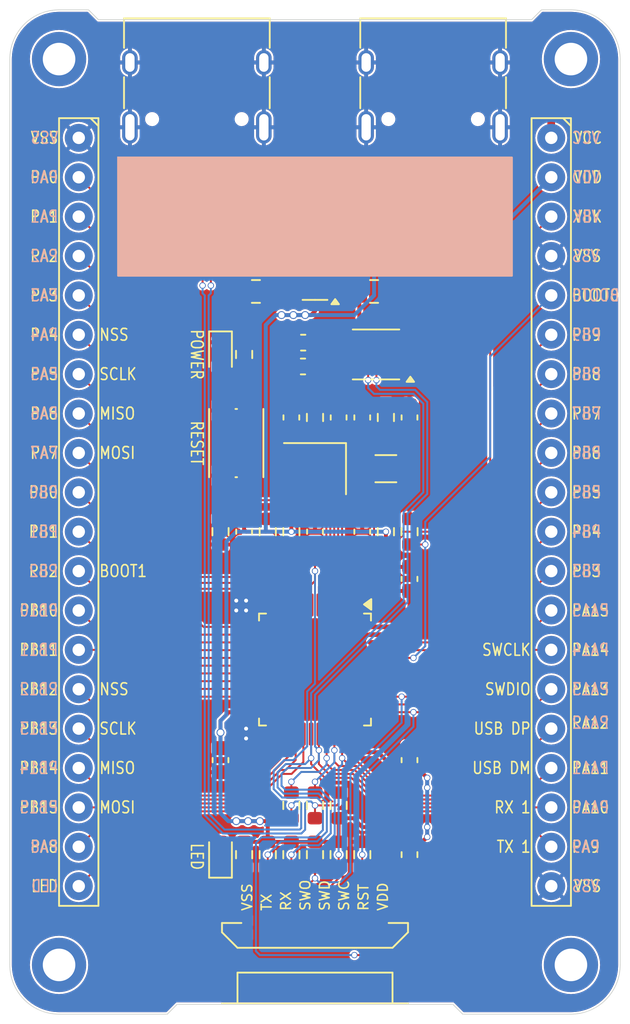
<source format=kicad_pcb>
(kicad_pcb (version 20240108) (generator "pcbnew") (generator_version "8.0")
  (layers (0 "F.Cu" signal) (31 "B.Cu" signal) (34 "B.Paste" user) (35 "F.Paste" user) (36 "B.SilkS" user "B.Silkscreen") (37 "F.SilkS" user "F.Silkscreen") (38 "B.Mask" user) (39 "F.Mask" user) (44 "Edge.Cuts" user))
  (net 0 "")
  (net 1 "VSS")
  (net 2 "VBUS")
  (net 3 "Net-(U1-BP)")
  (net 4 "VDD")
  (net 5 "/PD0{slash}OSC_IN")
  (net 6 "/PD1{slash}OSC_OUT")
  (net 7 "/PC14{slash}OSC32_IN")
  (net 8 "/PC15{slash}OSC32_OUT")
  (net 9 "/NRST")
  (net 10 "VBAT")
  (net 11 "VDDA")
  (net 12 "VSSA")
  (net 13 "Net-(D1-A)")
  (net 14 "Net-(D2-A)")
  (net 15 "/LED_CTRL")
  (net 16 "VDDF")
  (net 17 "Net-(J1-CC2)")
  (net 18 "/USBF_N")
  (net 19 "/USBF_P")
  (net 22 "Net-(J1-CC1)")
  (net 24 "Net-(J2-CC2)")
  (net 25 "Net-(J2-CC1)")
  (net 27 "/TTL_USB_P")
  (net 28 "/TTL_USB_N")
  (net 29 "/PA0{slash}WAKEUP")
  (net 30 "/PA7")
  (net 31 "/PA2")
  (net 32 "/PA6")
  (net 33 "/PB12")
  (net 34 "/PB0")
  (net 35 "/PA4")
  (net 36 "/PB10")
  (net 37 "/PB14")
  (net 38 "/PB13")
  (net 39 "/PB15")
  (net 40 "/PB1")
  (net 41 "/PA3")
  (net 42 "/PB2{slash}BOOT1")
  (net 43 "/PA5")
  (net 44 "/PA1")
  (net 45 "/PB11")
  (net 46 "/BOOT0")
  (net 47 "/PA15")
  (net 48 "/PA11{slash}USBDM")
  (net 49 "/PB5")
  (net 50 "/PA10{slash}USART_RX")
  (net 51 "/PC13")
  (net 52 "/PA12{slash}USBDP")
  (net 53 "/PB6")
  (net 54 "/PA14{slash}SWCLK")
  (net 55 "/PA8")
  (net 56 "/PA9{slash}USART_TX")
  (net 57 "/PB4")
  (net 58 "/PA13{slash}SWDIO")
  (net 59 "/PB7")
  (net 60 "/PB3{slash}SWO")
  (net 61 "/PB9")
  (net 62 "/PB8")
  (net 68 "Net-(U2-V3)")
  (footprint "Capacitor_SMD:C_0603_1608Metric" (layer "F.Cu") (at 156.096 116.068 90)
    (property "Reference" "C14" (hide yes))
    (property "Value" "0.1uF")
  )
  (footprint "Resistor_SMD:R_0603_1608Metric" (layer "F.Cu") (at 148.476 130.673 90)
    (property "Reference" "R4" (hide yes))
    (property "Value" "22R")
  )
  (footprint "LED_SMD:LED_0603_1608Metric" (layer "F.Cu") (at 143.904 101.59 -90)
    (property "Reference" "D1" (hide yes))
    (property "Value" "PWR")
  )
  (footprint "Resistor_SMD:R_0603_1608Metric" (layer "F.Cu") (at 143.904 113.02 -90)
    (property "Reference" "R16" (hide yes))
    (property "Value" "0R")
  )
  (footprint "Connector_USB:USB_C_Receptacle_HRO_TYPE-C-31-M-12" (layer "F.Cu") (at 142.38 83.81 180)
    (property "Reference" "J1" (hide yes))
    (property "Value" "USB_Device")
  )
  (footprint "Capacitor_SMD:C_0805_2012Metric" (layer "F.Cu") (at 153.81 97.526)
    (property "Reference" "C1" (hide yes))
    (property "Value" "10uF")
  )
  (footprint "Append_Connector:JST1.25mm_8P_SMD_Horizontal" (layer "F.Cu") (at 150 139.055 180)
    (property "Reference" "P3" (hide yes))
    (property "Value" "DEBUG")
  )
  (footprint "Package_QFP:LQFP-48_7x7mm_P0.5mm" (layer "F.Cu") (at 150 121.91 -90)
    (property "Reference" "U3" (hide yes))
    (property "Value" "STM32F103C8Tx")
  )
  (footprint "Resistor_SMD:R_0603_1608Metric" (layer "F.Cu") (at 155.08 90.16 180)
    (property "Reference" "R9" (hide yes))
    (property "Value" "5.1K")
  )
  (footprint "Resistor_SMD:R_0603_1608Metric" (layer "F.Cu") (at 151.524 130.673 -90)
    (property "Reference" "R3" (hide yes))
    (property "Value" "1.5K")
  )
  (footprint "Resistor_SMD:R_0603_1608Metric" (layer "F.Cu") (at 139.84 90.16 180)
    (property "Reference" "R2" (hide yes))
    (property "Value" "5.1K")
  )
  (footprint "Resistor_SMD:R_0603_1608Metric" (layer "F.Cu") (at 146.952 113.02 90)
    (property "Reference" "R14" (hide yes))
    (property "Value" "0R")
  )
  (footprint "Crystal:Crystal_SMD_3225-4Pin_3.2x2.5mm" (layer "F.Cu") (at 150 108.956 180)
    (property "Reference" "Y1" (hide yes))
    (property "Value" "8MHz")
  )
  (footprint "Package_TO_SOT_SMD:SOT-23-5" (layer "F.Cu") (at 150 96.51 180)
    (property "Reference" "U1" (hide yes))
    (property "Value" "MIC5219-3.3YM5")
  )
  (footprint "Append_Button_Switch:TS-1070" (layer "F.Cu") (at 144.92 107.305 90)
    (property "Reference" "SW1" (hide yes))
    (property "Value" "NRST")
  )
  (footprint "Resistor_SMD:R_0603_1608Metric" (layer "F.Cu") (at 156.096 113.02 -90)
    (property "Reference" "R10" (hide yes))
    (property "Value" "10K")
  )
  (footprint "Resistor_SMD:R_0603_1608Metric" (layer "F.Cu") (at 146.952 133.848 -90)
    (property "Reference" "R17" (hide yes))
    (property "Value" "10K")
  )
  (footprint "Connector_USB:USB_C_Receptacle_HRO_TYPE-C-31-M-12" (layer "F.Cu") (at 157.62 83.81 180)
    (property "Reference" "J2" (hide yes))
    (property "Value" "USB_TTL")
  )
  (footprint "Fuse:Fuse_0603_1608Metric" (layer "F.Cu") (at 156.096 133.848 -90)
    (property "Reference" "F1" (hide yes))
    (property "Value" "100mA")
  )
  (footprint "Capacitor_SMD:C_0805_2012Metric" (layer "F.Cu") (at 146.19 95.494 180)
    (property "Reference" "C3" (hide yes))
    (property "Value" "470pF")
  )
  (footprint "Append_Connector:HDR1×20_2.54mm" (layer "F.Cu") (at 165.24 87.62 -90)
    (property "Reference" "P2" (hide yes))
    (property "Value" "R-Pin")
  )
  (footprint "Capacitor_SMD:C_0603_1608Metric" (layer "F.Cu") (at 153.048 113.02 90)
    (property "Reference" "C16" (hide yes))
    (property "Value" "0.1uF")
  )
  (footprint "Package_SO:MSOP-10_3x3mm_P0.5mm" (layer "F.Cu") (at 153.937 101.59 180)
    (property "Reference" "U2" (hide yes))
    (property "Value" "CH340E" (hide yes))
  )
  (footprint "Resistor_SMD:R_0603_1608Metric" (layer "F.Cu") (at 144.92 90.16)
    (property "Reference" "R1" (hide yes))
    (property "Value" "5.1K")
  )
  (footprint "Resistor_SMD:R_0603_1608Metric" (layer "F.Cu") (at 151.524 133.848 -90)
    (property "Reference" "R20" (hide yes))
    (property "Value" "10K")
  )
  (footprint "Resistor_SMD:R_0603_1608Metric" (layer "F.Cu") (at 150 105.654 90)
    (property "Reference" "R11" (hide yes))
    (property "Value" "1M")
  )
  (footprint "LED_SMD:LED_0603_1608Metric" (layer "F.Cu") (at 143.904 133.848 90)
    (property "Reference" "D2" (hide yes))
    (property "Value" "FUNC")
  )
  (footprint "Resistor_SMD:R_0603_1608Metric" (layer "F.Cu") (at 160.16 90.16)
    (property "Reference" "R8" (hide yes))
    (property "Value" "5.1K")
  )
  (footprint "Capacitor_SMD:C_0603_1608Metric" (layer "F.Cu") (at 156.096 105.654 90)
    (property "Reference" "C9" (hide yes))
    (property "Value" "22pF")
  )
  (footprint "Capacitor_SMD:C_0603_1608Metric" (layer "F.Cu") (at 151.524 105.654 90)
    (property "Reference" "C7" (hide yes))
    (property "Value" "22pF")
  )
  (footprint "Resistor_SMD:R_0603_1608Metric" (layer "F.Cu") (at 154.572 105.654 -90)
    (property "Reference" "R12" (hide yes))
    (property "Value" "1M")
  )
  (footprint "Capacitor_SMD:C_0603_1608Metric" (layer "F.Cu") (at 148.476 105.654 90)
    (property "Reference" "C8" (hide yes))
    (property "Value" "22pF")
  )
  (footprint "Append_Connector:HDR1×20_2.54mm" (layer "F.Cu") (at 134.76 87.62 -90)
    (property "Reference" "P1" (hide yes))
    (property "Value" "L-Pin")
  )
  (footprint "Capacitor_SMD:C_0805_2012Metric" (layer "F.Cu") (at 146.19 97.526 180)
    (property "Reference" "C4" (hide yes))
    (property "Value" "1uF")
  )
  (footprint "Resistor_SMD:R_0603_1608Metric" (layer "F.Cu") (at 145.428 101.59 -90)
    (property "Reference" "R6" (hide yes))
    (property "Value" "2K")
  )
  (footprint "Capacitor_SMD:C_0603_1608Metric" (layer "F.Cu") (at 150 113.02 90)
    (property "Reference" "C11" (hide yes))
    (property "Value" "0.1uF")
  )
  (footprint "Resistor_SMD:R_0603_1608Metric" (layer "F.Cu") (at 150 130.673 90)
    (property "Reference" "R5" (hide yes))
    (property "Value" "22R")
  )
  (footprint "Capacitor_SMD:C_0603_1608Metric" (layer "F.Cu") (at 145.428 113.02 90)
    (property "Reference" "C12" (hide yes))
    (property "Value" "0.1uF")
  )
  (footprint "Resistor_SMD:R_0603_1608Metric" (layer "F.Cu") (at 154.572 113.02 90)
    (property "Reference" "R15" (hide yes))
    (property "Value" "0R")
  )
  (footprint "Resistor_SMD:R_0603_1608Metric" (layer "F.Cu") (at 150 133.848 -90)
    (property "Reference" "R19" (hide yes))
    (property "Value" "10K")
  )
  (footprint "Resistor_SMD:R_0603_1608Metric" (layer "F.Cu") (at 145.428 133.848 -90)
    (property "Reference" "R7" (hide yes))
    (property "Value" "2K")
  )
  (footprint "Resistor_SMD:R_0603_1608Metric" (layer "F.Cu") (at 148.476 133.848 -90)
    (property "Reference" "R18" (hide yes))
    (property "Value" "10K")
  )
  (footprint "Capacitor_SMD:C_0603_1608Metric" (layer "F.Cu") (at 143.904 127.752 -90)
    (property "Reference" "C13" (hide yes))
    (property "Value" "0.1uF")
  )
  (footprint "Resistor_SMD:R_0603_1608Metric" (layer "F.Cu") (at 148.476 113.02 -90)
    (property "Reference" "R13" (hide yes))
    (property "Value" "10K")
  )
  (footprint "Resistor_SMD:R_0603_1608Metric" (layer "F.Cu") (at 153.048 133.848 90)
    (property "Reference" "R21" (hide yes))
    (property "Value" "10K")
  )
  (footprint "Capacitor_SMD:C_0603_1608Metric" (layer "F.Cu") (at 156.096 127.752 90)
    (property "Reference" "C15" (hide yes))
    (property "Value" "0.1uF")
  )
  (footprint "Capacitor_SMD:C_0603_1608Metric" (layer "F.Cu") (at 149.225 102.365)
    (property "Reference" "C5" (hide yes))
    (property "Value" "0.1uF")
  )
  (footprint "Crystal:Crystal_SMD_3215-2Pin_3.2x1.5mm" (layer "F.Cu") (at 154.572 108.956)
    (property "Reference" "Y2" (hide yes))
    (property "Value" "32.768")
  )
  (footprint "Capacitor_SMD:C_0603_1608Metric" (layer "F.Cu") (at 153.048 105.654 90)
    (property "Reference" "C10" (hide yes))
    (property "Value" "22pF")
  )
  (footprint "Capacitor_SMD:C_0603_1608Metric" (layer "F.Cu") (at 149.238 100.828 180)
    (property "Reference" "C6" (hide yes))
    (property "Value" "0.1uF")
  )
  (footprint "Capacitor_SMD:C_0805_2012Metric" (layer "F.Cu") (at 153.81 95.494)
    (property "Reference" "C2" (hide yes))
    (property "Value" "0.1uF")
  )
  (gr_rect (start 137.3 88.89) (end 162.7 96.51) (stroke (width 0.127)) (fill solid) (layer "B.SilkS"))
  (gr_line (start 130.315 82.54) (end 130.315 140.96) (stroke (width 0.05)) (layer "Edge.Cuts"))
  (gr_arc (start 169.685 140.96) (mid 168.755064 143.205064) (end 166.51 144.135) (stroke (width 0.05)) (layer "Edge.Cuts"))
  (gr_line (start 164.605 79.365) (end 166.51 79.365) (stroke (width 0.0508)) (layer "Edge.Cuts"))
  (gr_line (start 133.49 144.135) (end 140.475 144.135) (stroke (width 0.0508)) (layer "Edge.Cuts"))
  (gr_line (start 169.685 140.96) (end 169.685 82.54) (stroke (width 0.05)) (layer "Edge.Cuts"))
  (gr_line (start 163.97 80) (end 164.605 79.365) (stroke (width 0.0508)) (layer "Edge.Cuts"))
  (gr_line (start 133.49 79.365) (end 135.395 79.365) (stroke (width 0.0508)) (layer "Edge.Cuts"))
  (gr_line (start 159.525 144.135) (end 166.51 144.135) (stroke (width 0.0508)) (layer "Edge.Cuts"))
  (gr_arc (start 133.49 144.135) (mid 131.244936 143.205064) (end 130.315 140.96) (stroke (width 0.05)) (layer "Edge.Cuts"))
  (gr_line (start 141.11 143.5) (end 158.89 143.5) (stroke (width 0.0508)) (layer "Edge.Cuts"))
  (gr_line (start 136.03 80) (end 163.97 80) (stroke (width 0.0508)) (layer "Edge.Cuts"))
  (gr_line (start 140.475 144.135) (end 141.11 143.5) (stroke (width 0.0508)) (layer "Edge.Cuts"))
  (gr_arc (start 166.51 79.365) (mid 168.755064 80.294936) (end 169.685 82.54) (stroke (width 0.05)) (layer "Edge.Cuts"))
  (gr_arc (start 130.315 82.54) (mid 131.244936 80.294936) (end 133.49 79.365) (stroke (width 0.05)) (layer "Edge.Cuts"))
  (gr_line (start 135.395 79.365) (end 136.03 80) (stroke (width 0.0508)) (layer "Edge.Cuts"))
  (gr_line (start 158.89 143.5) (end 159.525 144.135) (stroke (width 0.0508)) (layer "Edge.Cuts"))
  (gr_text "PA2" (at 133.49 95.24 0) (layer "B.SilkS") (effects (font (size 0.762 0.635) (thickness 0.1016)) (justify left mirror)))
  (gr_text "PB15" (at 133.49 130.8 0) (layer "B.SilkS") (effects (font (size 0.762 0.635) (thickness 0.1016)) (justify left mirror)))
  (gr_text "PA4" (at 133.49 100.32 0) (layer "B.SilkS") (effects (font (size 0.762 0.635) (thickness 0.1016)) (justify left mirror)))
  (gr_text "VSS" (at 133.49 87.62 0) (layer "B.SilkS") (effects (font (size 0.762 0.635) (thickness 0.1016)) (justify left mirror)))
  (gr_text "PB7" (at 166.51 105.4 0) (layer "B.SilkS") (effects (font (size 0.762 0.635) (thickness 0.1016)) (justify right mirror)))
  (gr_text "PB6" (at 166.51 107.94 0) (layer "B.SilkS") (effects (font (size 0.762 0.635) (thickness 0.1016)) (justify right mirror)))
  (gr_text "PB2" (at 133.49 115.56 0) (layer "B.SilkS") (effects (font (size 0.762 0.635) (thickness 0.1016)) (justify left mirror)))
  (gr_text "PA13" (at 166.51 123.18 0) (layer "B.SilkS") (effects (font (size 0.762 0.635) (thickness 0.1016)) (justify right mirror)))
  (gr_text "PB3" (at 166.51 115.56 0) (layer "B.SilkS") (effects (font (size 0.762 0.635) (thickness 0.1016)) (justify right mirror)))
  (gr_text "PA8" (at 133.49 133.34 0) (layer "B.SilkS") (effects (font (size 0.762 0.635) (thickness 0.1016)) (justify left mirror)))
  (gr_text "BOOT0" (at 166.51 97.78 0) (layer "B.SilkS") (effects (font (size 0.762 0.635) (thickness 0.1016)) (justify right mirror)))
  (gr_text "PA14" (at 166.51 120.64 0) (layer "B.SilkS") (effects (font (size 0.762 0.635) (thickness 0.1016)) (justify right mirror)))
  (gr_text "PB10" (at 133.49 118.1 0) (layer "B.SilkS") (effects (font (size 0.762 0.635) (thickness 0.1016)) (justify left mirror)))
  (gr_text "PA5" (at 133.49 102.86 0) (layer "B.SilkS") (effects (font (size 0.762 0.635) (thickness 0.1016)) (justify left mirror)))
  (gr_text "PA1" (at 133.49 92.7 0) (layer "B.SilkS") (effects (font (size 0.762 0.635) (thickness 0.1016)) (justify left mirror)))
  (gr_text "PB12" (at 133.49 123.18 0) (layer "B.SilkS") (effects (font (size 0.762 0.635) (thickness 0.1016)) (justify left mirror)))
  (gr_text "LED" (at 133.49 135.88 0) (layer "B.SilkS") (effects (font (size 0.762 0.635) (thickness 0.1016)) (justify left mirror)))
  (gr_text "PA7" (at 133.49 107.94 0) (layer "B.SilkS") (effects (font (size 0.762 0.635) (thickness 0.1016)) (justify left mirror)))
  (gr_text "PA10" (at 166.51 130.8 0) (layer "B.SilkS") (effects (font (size 0.762 0.635) (thickness 0.1016)) (justify right mirror)))
  (gr_text "VBK" (at 166.51 92.7 0) (layer "B.SilkS") (effects (font (size 0.762 0.635) (thickness 0.1016)) (justify right mirror)))
  (gr_text "PA3" (at 133.49 97.78 0) (layer "B.SilkS") (effects (font (size 0.762 0.635) (thickness 0.1016)) (justify left mirror)))
  (gr_text "VSS" (at 166.51 135.88 0) (layer "B.SilkS") (effects (font (size 0.762 0.635) (thickness 0.1016)) (justify right mirror)))
  (gr_text "PA0" (at 133.49 90.16 0) (layer "B.SilkS") (effects (font (size 0.762 0.635) (thickness 0.1016)) (justify left mirror)))
  (gr_text "PB9" (at 166.51 100.32 0) (layer "B.SilkS") (effects (font (size 0.762 0.635) (thickness 0.1016)) (justify right mirror)))
  (gr_text "PA6" (at 133.49 105.4 0) (layer "B.SilkS") (effects (font (size 0.762 0.635) (thickness 0.1016)) (justify left mirror)))
  (gr_text "VDD" (at 166.51 90.16 0) (layer "B.SilkS") (effects (font (size 0.762 0.635) (thickness 0.1016)) (justify right mirror)))
  (gr_text "PA11" (at 166.51 128.26 0) (layer "B.SilkS") (effects (font (size 0.762 0.635) (thickness 0.1016)) (justify right mirror)))
  (gr_text "VCC" (at 166.51 87.62 0) (layer "B.SilkS") (effects (font (size 0.762 0.635) (thickness 0.1016)) (justify right mirror)))
  (gr_text "PB1" (at 133.49 113.02 0) (layer "B.SilkS") (effects (font (size 0.762 0.635) (thickness 0.1016)) (justify left mirror)))
  (gr_text "VSS" (at 166.51 95.24 0) (layer "B.SilkS") (effects (font (size 0.762 0.635) (thickness 0.1016)) (justify right mirror)))
  (gr_text "PB13" (at 133.49 125.72 0) (layer "B.SilkS") (effects (font (size 0.762 0.635) (thickness 0.1016)) (justify left mirror)))
  (gr_text "PA12" (at 166.51 125.339 0) (layer "B.SilkS") (effects (font (size 0.762 0.635) (thickness 0.1016)) (justify right mirror)))
  (gr_text "PB4" (at 166.51 113.02 0) (layer "B.SilkS") (effects (font (size 0.762 0.635) (thickness 0.1016)) (justify right mirror)))
  (gr_text "PA15" (at 166.51 118.1 0) (layer "B.SilkS") (effects (font (size 0.762 0.635) (thickness 0.1016)) (justify right mirror)))
  (gr_text "PB0" (at 133.49 110.48 0) (layer "B.SilkS") (effects (font (size 0.762 0.635) (thickness 0.1016)) (justify left mirror)))
  (gr_text "PB5" (at 166.51 110.48 0) (layer "B.SilkS") (effects (font (size 0.762 0.635) (thickness 0.1016)) (justify right mirror)))
  (gr_text "PA9" (at 166.51 133.34 0) (layer "B.SilkS") (effects (font (size 0.762 0.635) (thickness 0.1016)) (justify right mirror)))
  (gr_text "PB14" (at 133.49 128.26 0) (layer "B.SilkS") (effects (font (size 0.762 0.635) (thickness 0.1016)) (justify left mirror)))
  (gr_text "PB11" (at 133.49 120.64 0) (layer "B.SilkS") (effects (font (size 0.762 0.635) (thickness 0.1016)) (justify left mirror)))
  (gr_text "PB8" (at 166.51 102.86 0) (layer "B.SilkS") (effects (font (size 0.762 0.635) (thickness 0.1016)) (justify right mirror)))
  (gr_text "PA12" (at 166.51 125.339 0) (layer "F.SilkS") (effects (font (size 0.762 0.635) (thickness 0.1016)) (justify left)))
  (gr_text "VBK" (at 166.637 92.7 0) (layer "F.SilkS") (effects (font (size 0.762 0.635) (thickness 0.1016)) (justify left)))
  (gr_text "PA0" (at 133.49 90.16 0) (layer "F.SilkS") (effects (font (size 0.762 0.635) (thickness 0.1016)) (justify right)))
  (gr_text "VSS" (at 145.625 137.531 90) (layer "F.SilkS") (effects (font (size 0.635 0.635) (thickness 0.1016)) (justify left)))
  (gr_text "TX 1" (at 163.97 133.34 0) (layer "F.SilkS") (effects (font (size 0.762 0.635) (thickness 0.1016)) (justify right)))
  (gr_text "PB10" (at 133.49 118.1 0) (layer "F.SilkS") (effects (font (size 0.762 0.635) (thickness 0.1016)) (justify right)))
  (gr_text "RX" (at 148.125 137.531 90) (layer "F.SilkS") (effects (font (size 0.635 0.635) (thickness 0.1016)) (justify left)))
  (gr_text "VCC" (at 166.637 87.62 0) (layer "F.SilkS") (effects (font (size 0.762 0.635) (thickness 0.1016)) (justify left)))
  (gr_text "RST" (at 153.125 137.531 90) (layer "F.SilkS") (effects (font (size 0.635 0.635) (thickness 0.1016)) (justify left)))
  (gr_text "VSS" (at 166.637 135.88 0) (layer "F.SilkS") (effects (font (size 0.762 0.635) (thickness 0.1016)) (justify left)))
  (gr_text "VSS" (at 133.49 87.62 0) (layer "F.SilkS") (effects (font (size 0.762 0.635) (thickness 0.1016)) (justify right)))
  (gr_text "PB8" (at 166.51 102.86 0) (layer "F.SilkS") (effects (font (size 0.762 0.635) (thickness 0.1016)) (justify left)))
  (gr_text "USB-TTL" (at 157.62 91.43 0) (layer "F.SilkS") (effects (font (size 0.762 0.762) (thickness 0.1016)) (justify top)))
  (gr_text "SWO" (at 149.375 137.531 90) (layer "F.SilkS") (effects (font (size 0.635 0.635) (thickness 0.1016)) (justify left)))
  (gr_text "PA1" (at 133.49 92.7 0) (layer "F.SilkS") (effects (font (size 0.762 0.635) (thickness 0.1016)) (justify right)))
  (gr_text "SWD" (at 150.625 137.531 90) (layer "F.SilkS") (effects (font (size 0.635 0.635) (thickness 0.1016)) (justify left)))
  (gr_text "NSS" (at 136.03 123.18 0) (layer "F.SilkS") (effects (font (size 0.762 0.635) (thickness 0.1016)) (justify left)))
  (gr_text "SCLK" (at 136.03 102.86 0) (layer "F.SilkS") (effects (font (size 0.762 0.635) (thickness 0.1016)) (justify left)))
  (gr_text "PB12" (at 133.49 123.18 0) (layer "F.SilkS") (effects (font (size 0.762 0.635) (thickness 0.1016)) (justify right)))
  (gr_text "PB9" (at 166.51 100.32 0) (layer "F.SilkS") (effects (font (size 0.762 0.635) (thickness 0.1016)) (justify left)))
  (gr_text "PB2" (at 133.49 115.56 0) (layer "F.SilkS") (effects (font (size 0.762 0.635) (thickness 0.1016)) (justify right)))
  (gr_text "PB7" (at 166.51 105.4 0) (layer "F.SilkS") (effects (font (size 0.762 0.635) (thickness 0.1016)) (justify left)))
  (gr_text "PB1" (at 133.49 113.02 0) (layer "F.SilkS") (effects (font (size 0.762 0.635) (thickness 0.1016)) (justify right)))
  (gr_text "POWER" (at 142.38 101.59 270) (layer "F.SilkS") (effects (font (size 0.762 0.635) (thickness 0.1016))))
  (gr_text "VDD" (at 166.637 90.16 0) (layer "F.SilkS") (effects (font (size 0.762 0.635) (thickness 0.1016)) (justify left)))
  (gr_text "MISO" (at 136.03 128.26 0) (layer "F.SilkS") (effects (font (size 0.762 0.635) (thickness 0.1016)) (justify left)))
  (gr_text "MOSI" (at 136.03 130.8 0) (layer "F.SilkS") (effects (font (size 0.762 0.635) (thickness 0.1016)) (justify left)))
  (gr_text "PA10" (at 166.51 130.8 0) (layer "F.SilkS") (effects (font (size 0.762 0.635) (thickness 0.1016)) (justify left)))
  (gr_text "PA7" (at 133.49 107.94 0) (layer "F.SilkS") (effects (font (size 0.762 0.635) (thickness 0.1016)) (justify right)))
  (gr_text "MISO" (at 136.03 105.4 0) (layer "F.SilkS") (effects (font (size 0.762 0.635) (thickness 0.1016)) (justify left)))
  (gr_text "SWC" (at 151.875 137.531 90) (layer "F.SilkS") (effects (font (size 0.635 0.635) (thickness 0.1016)) (justify left)))
  (gr_text "SWDIO" (at 163.97 123.18 0) (layer "F.SilkS") (effects (font (size 0.762 0.635) (thickness 0.1016)) (justify right)))
  (gr_text "RX 1" (at 163.97 130.8 0) (layer "F.SilkS") (effects (font (size 0.762 0.635) (thickness 0.1016)) (justify right)))
  (gr_text "USB DEVICE" (at 142.38 91.43 0) (layer "F.SilkS") (effects (font (size 0.762 0.762) (thickness 0.1016)) (justify top)))
  (gr_text "PB5" (at 166.51 110.48 0) (layer "F.SilkS") (effects (font (size 0.762 0.635) (thickness 0.1016)) (justify left)))
  (gr_text "TX" (at 146.875 137.531 90) (layer "F.SilkS") (effects (font (size 0.635 0.635) (thickness 0.1016)) (justify left)))
  (gr_text "SCLK" (at 136.03 125.72 0) (layer "F.SilkS") (effects (font (size 0.762 0.635) (thickness 0.1016)) (justify left)))
  (gr_text "PB6" (at 166.51 107.94 0) (layer "F.SilkS") (effects (font (size 0.762 0.635) (thickness 0.1016)) (justify left)))
  (gr_text "PA11" (at 166.51 128.26 0) (layer "F.SilkS") (effects (font (size 0.762 0.635) (thickness 0.1016)) (justify left)))
  (gr_text "VSS" (at 166.637 95.24 0) (layer "F.SilkS") (effects (font (size 0.762 0.635) (thickness 0.1016)) (justify left)))
  (gr_text "PA3" (at 133.49 97.78 0) (layer "F.SilkS") (effects (font (size 0.762 0.635) (thickness 0.1016)) (justify right)))
  (gr_text "BOOT1" (at 136.03 115.56 0) (layer "F.SilkS") (effects (font (size 0.762 0.635) (thickness 0.1016)) (justify left)))
  (gr_text "MOSI" (at 136.03 107.94 0) (layer "F.SilkS") (effects (font (size 0.762 0.635) (thickness 0.1016)) (justify left)))
  (gr_text "PA4" (at 133.49 100.32 0) (layer "F.SilkS") (effects (font (size 0.762 0.635) (thickness 0.1016)) (justify right)))
  (gr_text "PB11" (at 133.49 120.64 0) (layer "F.SilkS") (effects (font (size 0.762 0.635) (thickness 0.1016)) (justify right)))
  (gr_text "PA14" (at 166.51 120.64 0) (layer "F.SilkS") (effects (font (size 0.762 0.635) (thickness 0.1016)) (justify left)))
  (gr_text "PB14" (at 133.49 128.26 0) (layer "F.SilkS") (effects (font (size 0.762 0.635) (thickness 0.1016)) (justify right)))
  (gr_text "PA9" (at 166.51 133.34 0) (layer "F.SilkS") (effects (font (size 0.762 0.635) (thickness 0.1016)) (justify left)))
  (gr_text "PB4" (at 166.51 113.02 0) (layer "F.SilkS") (effects (font (size 0.762 0.635) (thickness 0.1016)) (justify left)))
  (gr_text "PA5" (at 133.49 102.86 0) (layer "F.SilkS") (effects (font (size 0.762 0.635) (thickness 0.1016)) (justify right)))
  (gr_text "PB3" (at 166.51 115.56 0) (layer "F.SilkS") (effects (font (size 0.762 0.635) (thickness 0.1016)) (justify left)))
  (gr_text "PB0" (at 133.49 110.48 0) (layer "F.SilkS") (effects (font (size 0.762 0.635) (thickness 0.1016)) (justify right)))
  (gr_text "PA8" (at 133.49 133.34 0) (layer "F.SilkS") (effects (font (size 0.762 0.635) (thickness 0.1016)) (justify right)))
  (gr_text "RESET" (at 142.38 107.305 -90) (layer "F.SilkS") (effects (font (size 0.762 0.635) (thickness 0.1016))))
  (gr_text "NSS" (at 136.03 100.32 0) (layer "F.SilkS") (effects (font (size 0.762 0.635) (thickness 0.1016)) (justify left)))
  (gr_text "PA13" (at 166.51 123.18 0) (layer "F.SilkS") (effects (font (size 0.762 0.635) (thickness 0.1016)) (justify left)))
  (gr_text "PA6" (at 133.49 105.4 0) (layer "F.SilkS") (effects (font (size 0.762 0.635) (thickness 0.1016)) (justify right)))
  (gr_text "PA15" (at 166.51 118.1 0) (layer "F.SilkS") (effects (font (size 0.762 0.635) (thickness 0.1016)) (justify left)))
  (gr_text "VDD" (at 154.375 137.531 90) (layer "F.SilkS") (effects (font (size 0.635 0.635) (thickness 0.1016)) (justify left)))
  (gr_text "USB DP" (at 163.97 125.72 0) (layer "F.SilkS") (effects (font (size 0.762 0.635) (thickness 0.1016)) (justify right)))
  (gr_text "USB DM" (at 163.97 128.26 0) (layer "F.SilkS") (effects (font (size 0.762 0.635) (thickness 0.1016)) (justify right)))
  (gr_text "BOOT0" (at 166.51 97.78 0) (layer "F.SilkS") (effects (font (size 0.762 0.635) (thickness 0.1016)) (justify left)))
  (gr_text "LED" (at 142.38 133.975 270) (layer "F.SilkS") (effects (font (size 0.762 0.635) (thickness 0.1016))))
  (gr_text "PB13" (at 133.49 125.72 0) (layer "F.SilkS") (effects (font (size 0.762 0.635) (thickness 0.1016)) (justify right)))
  (gr_text "PA2" (at 133.49 95.24 0) (layer "F.SilkS") (effects (font (size 0.762 0.635) (thickness 0.1016)) (justify right)))
  (gr_text "LED" (at 133.49 135.88 0) (layer "F.SilkS") (effects (font (size 0.762 0.635) (thickness 0.1016)) (justify right)))
  (gr_text "SWCLK" (at 163.97 120.64 0) (layer "F.SilkS") (effects (font (size 0.762 0.635) (thickness 0.1016)) (justify right)))
  (gr_text "PB15" (at 133.49 130.8 0) (layer "F.SilkS") (effects (font (size 0.762 0.635) (thickness 0.1016)) (justify right)))
  (via (at 133.49 82.54) (size 3.5) (drill 2.1) (layers "F.Cu" "B.Cu") (net 0))
  (via (at 133.49 140.96) (size 3.5) (drill 2.1) (layers "F.Cu" "B.Cu") (net 0))
  (via (at 166.51 82.54) (size 3.5) (drill 2.1) (layers "F.Cu" "B.Cu") (net 0))
  (via (at 166.51 140.96) (size 3.5) (drill 2.1) (layers "F.Cu" "B.Cu") (net 0))
  (via (at 144.92 117.465) (size 0.381) (drill 0.254) (layers "F.Cu" "B.Cu") (net 1))
  (via (at 145.555 118.1) (size 0.381) (drill 0.254) (layers "F.Cu" "B.Cu") (net 1))
  (via (at 145.555 126.355) (size 0.381) (drill 0.254) (layers "F.Cu" "B.Cu") (net 1))
  (via (at 145.555 125.72) (size 0.381) (drill 0.254) (layers "F.Cu" "B.Cu") (net 1))
  (via (at 145.555 117.465) (size 0.381) (drill 0.254) (layers "F.Cu" "B.Cu") (net 1))
  (via (at 144.92 118.1) (size 0.381) (drill 0.254) (layers "F.Cu" "B.Cu") (net 1))
  (segment (start 140.475 85.08) (end 141.11 84.445) (width 0.5) (layer "F.Cu") (net 2))
  (segment (start 155.715 86.477) (end 155.715 84.445) (width 0.5) (layer "F.Cu") (net 2))
  (segment (start 144.285 86.417778) (end 144.285 84.445) (width 0.5) (layer "F.Cu") (net 2))
  (segment (start 150.897 101.09) (end 150.635 100.828) (width 0.254) (layer "F.Cu") (net 2))
  (segment (start 155.715 84.445) (end 159.525 84.445) (width 0.5) (layer "F.Cu") (net 2))
  (segment (start 159.525 86.477) (end 159.525 84.445) (width 0.5) (layer "F.Cu") (net 2))
  (segment (start 140.475 86.417778) (end 140.475 85.08) (width 0.5) (layer "F.Cu") (net 2))
  (segment (start 151.905 90.795) (end 151.905 84.445) (width 0.3) (layer "F.Cu") (net 2))
  (segment (start 141.11 84.445) (end 144.285 84.445) (width 0.5) (layer "F.Cu") (net 2))
  (segment (start 151.905 84.445) (end 155.715 84.445) (width 0.5) (layer "F.Cu") (net 2))
  (segment (start 152.794 95.56) (end 152.86 95.494) (width 0.254) (layer "F.Cu") (net 2))
  (segment (start 139.93 87.855) (end 139.93 86.962778) (width 0.5) (layer "F.Cu") (net 2))
  (segment (start 153.175 100.701) (end 152.786 101.09) (width 0.254) (layer "F.Cu") (net 2))
  (segment (start 144.83 86.962778) (end 144.285 86.417778) (width 0.5) (layer "F.Cu") (net 2))
  (segment (start 155.17 87.022) (end 155.715 86.477) (width 0.5) (layer "F.Cu") (net 2))
  (segment (start 160.07 87.855) (end 160.07 87.022) (width 0.5) (layer "F.Cu") (net 2))
  (segment (start 151.1375 95.56) (end 152.794 95.56) (width 0.254) (layer "F.Cu") (net 2))
  (segment (start 159.525 84.445) (end 164.605 84.445) (width 0.5) (layer "F.Cu") (net 2))
  (segment (start 151.1375 97.46) (end 152.794 97.46) (width 0.254) (layer "F.Cu") (net 2))
  (segment (start 152.86 95.494) (end 152.86 97.526) (width 0.254) (layer "F.Cu") (net 2))
  (segment (start 152.86 91.75) (end 151.905 90.795) (width 0.3) (layer "F.Cu") (net 2))
  (segment (start 152.786 101.09) (end 151.8245 101.09) (width 0.254) (layer "F.Cu") (net 2))
  (segment (start 144.83 87.855) (end 144.83 86.962778) (width 0.5) (layer "F.Cu") (net 2))
  (segment (start 151.8245 101.09) (end 150.897 101.09) (width 0.254) (layer "F.Cu") (net 2))
  (segment (start 144.285 84.445) (end 151.905 84.445) (width 0.5) (layer "F.Cu") (net 2))
  (segment (start 152.86 99.878) (end 153.175 100.193) (width 0.254) (layer "F.Cu") (net 2))
  (segment (start 152.86 97.526) (end 152.86 99.878) (width 0.254) (layer "F.Cu") (net 2))
  (segment (start 155.17 87.855) (end 155.17 87.022) (width 0.5) (layer "F.Cu") (net 2))
  (segment (start 164.605 84.445) (end 165.24 85.08) (width 0.5) (layer "F.Cu") (net 2))
  (segment (start 152.86 95.494) (end 152.86 91.75) (width 0.3) (layer "F.Cu") (net 2))
  (segment (start 160.07 87.022) (end 159.525 86.477) (width 0.5) (layer "F.Cu") (net 2))
  (segment (start 165.24 85.08) (end 165.24 87.62) (width 0.5) (layer "F.Cu") (net 2))
  (segment (start 153.175 100.193) (end 153.175 100.701) (width 0.254) (layer "F.Cu") (net 2))
  (segment (start 139.93 86.962778) (end 140.475 86.417778) (width 0.5) (layer "F.Cu") (net 2))
  (segment (start 152.794 97.46) (end 152.86 97.526) (width 0.254) (layer "F.Cu") (net 2))
  (segment (start 150.635 100.828) (end 150.013 100.828) (width 0.254) (layer "F.Cu") (net 2))
  (segment (start 147.206 95.56) (end 147.14 95.494) (width 0.127) (layer "F.Cu") (net 3))
  (segment (start 148.8625 95.56) (end 147.206 95.56) (width 0.127) (layer "F.Cu") (net 3))
  (segment (start 146.952 131.816) (end 146.825 131.689) (width 0.254) (layer "F.Cu") (net 4))
  (segment (start 145.682 131.689) (end 146.444 131.689) (width 0.254) (layer "F.Cu") (net 4))
  (segment (start 149.746 99.05) (end 150 98.796) (width 0.254) (layer "F.Cu") (net 4))
  (segment (start 152.476 131.498) (end 151.524 131.498) (width 0.254) (layer "F.Cu") (net 4))
  (segment (start 146.444 97.526) (end 146.19 97.78) (width 0.127) (layer "F.Cu") (net 4))
  (segment (start 156.096 132.451) (end 155.715 132.07) (width 0.254) (layer "F.Cu") (net 4))
  (segment (start 147.14 97.526) (end 146.444 97.526) (width 0.127) (layer "F.Cu") (net 4))
  (segment (start 156.871 128.527) (end 157.239 128.895) (width 0.254) (layer "F.Cu") (net 4))
  (segment (start 145.428 99.939) (end 145.428 100.765) (width 0.127) (layer "F.Cu") (net 4))
  (segment (start 154.064 127.244) (end 152.921 127.244) (width 0.254) (layer "F.Cu") (net 4))
  (segment (start 149.807 97.46) (end 148.8625 97.46) (width 0.254) (layer "F.Cu") (net 4))
  (segment (start 148.8625 97.46) (end 147.206 97.46) (width 0.254) (layer "F.Cu") (net 4))
  (segment (start 143.904 125.974) (end 143.904 125.212) (width 0.254) (layer "F.Cu") (net 4))
  (segment (start 147.206 97.46) (end 147.14 97.526) (width 0.254) (layer "F.Cu") (net 4))
  (segment (start 146.952 112.195) (end 148.476 112.195) (width 0.254) (layer "F.Cu") (net 4))
  (segment (start 155.544 119.16) (end 156.096 118.608) (width 0.254) (layer "F.Cu") (net 4))
  (segment (start 156.096 133.0605) (end 156.096 132.451) (width 0.254) (layer "F.Cu") (net 4))
  (segment (start 152.921 127.244) (end 152.75 127.073) (width 0.254) (layer "F.Cu") (net 4))
  (segment (start 156.8835 133.0605) (end 157.112 132.832) (width 0.254) (layer "F.Cu") (net 4))
  (segment (start 146.19 97.78) (end 146.19 99.177) (width 0.127) (layer "F.Cu") (net 4))
  (segment (start 157.239 128.895) (end 157.239 129.53) (width 0.254) (layer "F.Cu") (net 4))
  (segment (start 155.347 128.527) (end 154.064 127.244) (width 0.254) (layer "F.Cu") (net 4))
  (segment (start 143.904 125.212) (end 144.456 124.66) (width 0.254) (layer "F.Cu") (net 4))
  (segment (start 157.112 132.832) (end 157.239 132.705) (width 0.254) (layer "F.Cu") (net 4))
  (segment (start 146.825 131.689) (end 146.444 131.689) (width 0.254) (layer "F.Cu") (net 4))
  (segment (start 154.1625 119.16) (end 155.544 119.16) (width 0.254) (layer "F.Cu") (net 4))
  (segment (start 151.524 131.498) (end 151.524 133.023) (width 0.254) (layer "F.Cu") (net 4))
  (segment (start 146.952 133.023) (end 146.952 131.816) (width 0.254) (layer "F.Cu") (net 4))
  (segment (start 155.715 132.07) (end 153.048 132.07) (width 0.254) (layer "F.Cu") (net 4))
  (segment (start 154.572 113.845) (end 154.572 113.02) (width 0.254) (layer "F.Cu") (net 4))
  (segment (start 156.096 128.527) (end 156.871 128.527) (width 0.254) (layer "F.Cu") (net 4))
  (segment (start 144.92 131.689) (end 146.444 131.689) (width 0.254) (layer "F.Cu") (net 4))
  (segment (start 156.083 116.83) (end 156.096 116.843) (width 0.254) (layer "F.Cu") (net 4))
  (segment (start 154.572 116.322) (end 154.572 113.845) (width 0.254) (layer "F.Cu") (net 4))
  (segment (start 152.75 127.073) (end 152.75 126.0725) (width 0.254) (layer "F.Cu") (net 4))
  (segment (start 150 97.653) (end 149.807 97.46) (width 0.254) (layer "F.Cu") (net 4))
  (segment (start 155.093 116.843) (end 154.572 116.322) (width 0.254) (layer "F.Cu") (net 4))
  (segment (start 148.476 113.02) (end 148.476 112.195) (width 0.254) (layer "F.Cu") (net 4))
  (segment (start 145.428 133.023) (end 147.46 133.023) (width 0.254) (layer "F.Cu") (net 4))
  (segment (start 156.096 133.0605) (end 156.8835 133.0605) (width 0.254) (layer "F.Cu") (net 4))
  (segment (start 150 98.796) (end 150 97.653) (width 0.254) (layer "F.Cu") (net 4))
  (segment (start 148.476 133.023) (end 147.46 133.023) (width 0.254) (layer "F.Cu") (net 4))
  (segment (start 148.603 99.05) (end 147.841 99.05) (width 0.254) (layer "F.Cu") (net 4))
  (segment (start 143.904 125.974) (end 143.904 126.977) (width 0.254) (layer "F.Cu") (net 4))
  (segment (start 153.048 132.07) (end 152.476 131.498) (width 0.254) (layer "F.Cu") (net 4))
  (segment (start 144.456 124.66) (end 145.8375 124.66) (width 0.254) (layer "F.Cu") (net 4))
  (segment (start 148.603 99.05) (end 149.746 99.05) (width 0.254) (layer "F.Cu") (net 4))
  (segment (start 156.096 128.527) (end 155.347 128.527) (width 0.254) (layer "F.Cu") (net 4))
  (segment (start 156.096 118.608) (end 156.096 116.843) (width 0.254) (layer "F.Cu") (net 4))
  (segment (start 146.19 99.177) (end 145.428 99.939) (width 0.127) (layer "F.Cu") (net 4))
  (segment (start 156.096 116.843) (end 155.093 116.843) (width 0.254) (layer "F.Cu") (net 4))
  (segment (start 151.524 133.023) (end 148.476 133.023) (width 0.254) (layer "F.Cu") (net 4))
  (segment (start 157.239 132.705) (end 157.239 132.07) (width 0.254) (layer "F.Cu") (net 4))
  (via (at 147.841 99.05) (size 0.508) (drill 0.381) (layers "F.Cu" "B.Cu") (net 4))
  (via (at 149.365 99.05) (size 0.508) (drill 0.381) (layers "F.Cu" "B.Cu") (net 4))
  (via (at 148.476 113.02) (size 0.4064) (drill 0.3048) (layers "F.Cu" "B.Cu") (net 4))
  (via (at 145.682 131.689) (size 0.508) (drill 0.381) (layers "F.Cu" "B.Cu") (net 4))
  (via (at 157.239 128.895) (size 0.4064) (drill 0.3048) (layers "F.Cu" "B.Cu") (net 4))
  (via (at 157.239 132.705) (size 0.4064) (drill 0.3048) (layers "F.Cu" "B.Cu") (net 4))
  (via (at 144.92 131.689) (size 0.508) (drill 0.381) (layers "F.Cu" "B.Cu") (net 4))
  (via (at 143.904 125.974) (size 0.508) (drill 0.381) (layers "F.Cu" "B.Cu") (net 4))
  (via (at 157.239 129.53) (size 0.4064) (drill 0.3048) (layers "F.Cu" "B.Cu") (net 4))
  (via (at 157.239 132.07) (size 0.4064) (drill 0.3048) (layers "F.Cu" "B.Cu") (net 4))
  (via (at 146.444 131.689) (size 0.508) (drill 0.381) (layers "F.Cu" "B.Cu") (net 4))
  (via (at 148.603 99.05) (size 0.508) (drill 0.381) (layers "F.Cu" "B.Cu") (net 4))
  (via (at 154.572 113.02) (size 0.4064) (drill 0.3048) (layers "F.Cu" "B.Cu") (net 4))
  (segment (start 144.412 131.689) (end 143.904 131.181) (width 0.254) (layer "B.Cu") (net 4))
  (segment (start 143.904 125.974) (end 143.904 125.212) (width 0.254) (layer "B.Cu") (net 4))
  (segment (start 146.825 113.02) (end 148.476 113.02) (width 0.254) (layer "B.Cu") (net 4))
  (segment (start 143.904 131.181) (end 143.904 125.974) (width 0.254) (layer "B.Cu") (net 4))
  (segment (start 157.239 129.53) (end 157.239 132.705) (width 0.254) (layer "B.Cu") (net 4))
  (segment (start 144.92 113.02) (end 146.825 113.02) (width 0.254) (layer "B.Cu") (net 4))
  (segment (start 149.365 99.05) (end 147.841 99.05) (width 0.254) (layer "B.Cu") (net 4))
  (segment (start 147.46 99.05) (end 146.825 99.685) (width 0.254) (layer "B.Cu") (net 4))
  (segment (start 153.81 95.24) (end 156.35 92.7) (width 0.254) (layer "B.Cu") (net 4))
  (segment (start 143.904 125.212) (end 144.285 124.831) (width 0.254) (layer "B.Cu") (net 4))
  (segment (start 146.825 99.685) (end 146.825 113.02) (width 0.254) (layer "B.Cu") (net 4))
  (segment (start 144.285 113.655) (end 144.92 113.02) (width 0.254) (layer "B.Cu") (net 4))
  (segment (start 144.412 131.689) (end 146.444 131.689) (width 0.254) (layer "B.Cu") (net 4))
  (segment (start 153.81 97.78) (end 153.81 95.24) (width 0.254) (layer "B.Cu") (net 4))
  (segment (start 162.7 92.7) (end 165.24 90.16) (width 0.254) (layer "B.Cu") (net 4))
  (segment (start 148.603 99.05) (end 152.54 99.05) (width 0.254) (layer "B.Cu") (net 4))
  (segment (start 152.54 99.05) (end 153.81 97.78) (width 0.254) (layer "B.Cu") (net 4))
  (segment (start 157.239 129.53) (end 157.239 128.895) (width 0.254) (layer "B.Cu") (net 4))
  (segment (start 144.285 124.831) (end 144.285 113.655) (width 0.254) (layer "B.Cu") (net 4))
  (segment (start 154.572 113.02) (end 148.476 113.02) (width 0.254) (layer "B.Cu") (net 4))
  (segment (start 147.841 99.05) (end 147.46 99.05) (width 0.254) (layer "B.Cu") (net 4))
  (segment (start 156.35 92.7) (end 162.7 92.7) (width 0.254) (layer "B.Cu") (net 4))
  (segment (start 152.286 108.321) (end 152.286 110.607) (width 0.127) (layer "F.Cu") (net 5))
  (segment (start 151.1 108.106) (end 152.071 108.106) (width 0.127) (layer "F.Cu") (net 5))
  (segment (start 151.66658 110.734) (end 151.242 111.15858) (width 0.127) (layer "F.Cu") (net 5))
  (segment (start 150 106.479) (end 151.474 106.479) (width 0.127) (layer "F.Cu") (net 5))
  (segment (start 151.524 106.429) (end 151.524 107.682) (width 0.127) (layer "F.Cu") (net 5))
  (segment (start 150.75 116.715) (end 150.75 117.7475) (width 0.127) (layer "F.Cu") (net 5))
  (segment (start 152.159 110.734) (end 151.66658 110.734) (width 0.127) (layer "F.Cu") (net 5))
  (segment (start 152.286 110.607) (end 152.159 110.734) (width 0.127) (layer "F.Cu") (net 5))
  (segment (start 152.071 108.106) (end 152.286 108.321) (width 0.127) (layer "F.Cu") (net 5))
  (segment (start 151.524 107.682) (end 151.1 108.106) (width 0.127) (layer "F.Cu") (net 5))
  (segment (start 151.242 116.223) (end 150.75 116.715) (width 0.127) (layer "F.Cu") (net 5))
  (segment (start 151.242 111.15858) (end 151.242 116.223) (width 0.127) (layer "F.Cu") (net 5))
  (segment (start 151.474 106.479) (end 151.524 106.429) (width 0.127) (layer "F.Cu") (net 5))
  (segment (start 148.476 106.429) (end 148.476 105.781) (width 0.127) (layer "F.Cu") (net 6))
  (segment (start 150.25 116.58) (end 150.25 117.7475) (width 0.127) (layer "F.Cu") (net 6))
  (segment (start 147.714 109.591) (end 147.929 109.806) (width 0.127) (layer "F.Cu") (net 6))
  (segment (start 150 105.527) (end 150 104.829) (width 0.127) (layer "F.Cu") (net 6))
  (segment (start 150.988 111.087) (end 150.988 115.842) (width 0.127) (layer "F.Cu") (net 6))
  (segment (start 148.476 106.429) (end 147.828 106.429) (width 0.127) (layer "F.Cu") (net 6))
  (segment (start 148.9 109.806) (end 148.9 110.523) (width 0.127) (layer "F.Cu") (net 6))
  (segment (start 148.603 105.654) (end 149.873 105.654) (width 0.127) (layer "F.Cu") (net 6))
  (segment (start 150.635 110.734) (end 150.988 111.087) (width 0.127) (layer "F.Cu") (net 6))
  (segment (start 148.476 105.781) (end 148.603 105.654) (width 0.127) (layer "F.Cu") (net 6))
  (segment (start 148.9 110.523) (end 149.111 110.734) (width 0.127) (layer "F.Cu") (net 6))
  (segment (start 150.988 115.842) (end 150.25 116.58) (width 0.127) (layer "F.Cu") (net 6))
  (segment (start 147.714 106.543) (end 147.714 109.591) (width 0.127) (layer "F.Cu") (net 6))
  (segment (start 147.929 109.806) (end 148.9 109.806) (width 0.127) (layer "F.Cu") (net 6))
  (segment (start 149.873 105.654) (end 150 105.527) (width 0.127) (layer "F.Cu") (net 6))
  (segment (start 149.111 110.734) (end 150.635 110.734) (width 0.127) (layer "F.Cu") (net 6))
  (segment (start 147.828 106.429) (end 147.714 106.543) (width 0.127) (layer "F.Cu") (net 6))
  (segment (start 153.81 110.734) (end 155.334 110.734) (width 0.127) (layer "F.Cu") (net 7))
  (segment (start 154.699 105.654) (end 154.572 105.527) (width 0.127) (layer "F.Cu") (net 7))
  (segment (start 151.75 111.369) (end 151.877 111.242) (width 0.127) (layer "F.Cu") (net 7))
  (segment (start 156.096 106.429) (end 156.096 107.305) (width 0.127) (layer "F.Cu") (net 7))
  (segment (start 156.096 106.429) (end 156.096 105.781) (width 0.127) (layer "F.Cu") (net 7))
  (segment (start 155.822 110.246) (end 155.822 108.956) (width 0.127) (layer "F.Cu") (net 7))
  (segment (start 156.096 105.781) (end 155.969 105.654) (width 0.127) (layer "F.Cu") (net 7))
  (segment (start 156.096 107.305) (end 155.822 107.579) (width 0.127) (layer "F.Cu") (net 7))
  (segment (start 151.877 111.242) (end 153.302 111.242) (width 0.127) (layer "F.Cu") (net 7))
  (segment (start 151.75 117.7475) (end 151.75 111.369) (width 0.127) (layer "F.Cu") (net 7))
  (segment (start 154.572 105.527) (end 154.572 104.829) (width 0.127) (layer "F.Cu") (net 7))
  (segment (start 155.822 107.579) (end 155.822 108.956) (width 0.127) (layer "F.Cu") (net 7))
  (segment (start 153.302 111.242) (end 153.81 110.734) (width 0.127) (layer "F.Cu") (net 7))
  (segment (start 155.969 105.654) (end 154.699 105.654) (width 0.127) (layer "F.Cu") (net 7))
  (segment (start 155.334 110.734) (end 155.822 110.246) (width 0.127) (layer "F.Cu") (net 7))
  (segment (start 152.921 110.988) (end 151.77179 110.988) (width 0.127) (layer "F.Cu") (net 8))
  (segment (start 153.322 110.587) (end 152.921 110.988) (width 0.127) (layer "F.Cu") (net 8))
  (segment (start 151.25 116.822) (end 151.25 117.7475) (width 0.127) (layer "F.Cu") (net 8))
  (segment (start 153.098 106.479) (end 153.048 106.429) (width 0.127) (layer "F.Cu") (net 8))
  (segment (start 153.322 108.956) (end 153.322 110.587) (width 0.127) (layer "F.Cu") (net 8))
  (segment (start 154.572 106.479) (end 153.098 106.479) (width 0.127) (layer "F.Cu") (net 8))
  (segment (start 153.322 107.579) (end 153.048 107.305) (width 0.127) (layer "F.Cu") (net 8))
  (segment (start 153.048 107.305) (end 153.048 106.429) (width 0.127) (layer "F.Cu") (net 8))
  (segment (start 151.77179 110.988) (end 151.496 111.26379) (width 0.127) (layer "F.Cu") (net 8))
  (segment (start 153.322 108.956) (end 153.322 107.579) (width 0.127) (layer "F.Cu") (net 8))
  (segment (start 151.496 116.576) (end 151.25 116.822) (width 0.127) (layer "F.Cu") (net 8))
  (segment (start 151.496 111.26379) (end 151.496 116.576) (width 0.127) (layer "F.Cu") (net 8))
  (segment (start 145.995 109.405) (end 145.995 105.205) (width 0.127) (layer "F.Cu") (net 9))
  (segment (start 150 113.795) (end 150.594 113.795) (width 0.127) (layer "F.Cu") (net 9))
  (segment (start 150 115.56) (end 150 116.195) (width 0.127) (layer "F.Cu") (net 9))
  (segment (start 153.125 140.121) (end 152.921 140.325) (width 0.127) (layer "F.Cu") (net 9))
  (segment (start 152.54 140.325) (end 152.921 140.325) (width 0.127) (layer "F.Cu") (net 9))
  (segment (start 150.594 113.795) (end 150.734 113.655) (width 0.127) (layer "F.Cu") (net 9))
  (segment (start 148.476 113.845) (end 149.95 113.845) (width 0.127) (layer "F.Cu") (net 9))
  (segment (start 149.75 117.7475) (end 149.75 116.445) (width 0.127) (layer "F.Cu") (net 9))
  (segment (start 145.995 110.539) (end 145.995 109.405) (width 0.127) (layer "F.Cu") (net 9))
  (segment (start 150.734 113.655) (end 150.734 111.19221) (width 0.127) (layer "F.Cu") (net 9))
  (segment (start 149.95 113.845) (end 150 113.795) (width 0.127) (layer "F.Cu") (net 9))
  (segment (start 150.734 111.19221) (end 150.52979 110.988) (width 0.127) (layer "F.Cu") (net 9))
  (segment (start 150 116.195) (end 149.75 116.445) (width 0.127) (layer "F.Cu") (net 9))
  (segment (start 153.125 138.555) (end 153.125 140.121) (width 0.127) (layer "F.Cu") (net 9))
  (segment (start 150 113.795) (end 150 115.56) (width 0.127) (layer "F.Cu") (net 9))
  (segment (start 150.52979 110.988) (end 146.444 110.988) (width 0.127) (layer "F.Cu") (net 9))
  (segment (start 146.444 110.988) (end 145.995 110.539) (width 0.127) (layer "F.Cu") (net 9))
  (via (at 150 115.56) (size 0.4064) (drill 0.3048) (layers "F.Cu" "B.Cu") (net 9))
  (via (at 152.54 140.325) (size 0.4064) (drill 0.3048) (layers "F.Cu" "B.Cu") (net 9))
  (segment (start 149.496 123.32479) (end 149.496 126.863) (width 0.127) (layer "B.Cu") (net 9))
  (segment (start 146.19 133.086) (end 146.19 140.071) (width 0.127) (layer "B.Cu") (net 9))
  (segment (start 150 122.82079) (end 149.496 123.32479) (width 0.127) (layer "B.Cu") (net 9))
  (segment (start 147.333 128.43058) (end 147.333 129.61342) (width 0.127) (layer "B.Cu") (net 9))
  (segment (start 150.127 130.165) (end 150.508 130.546) (width 0.127) (layer "B.Cu") (net 9))
  (segment (start 147.333 129.61342) (end 147.88458 130.165) (width 0.127) (layer "B.Cu") (net 9))
  (segment (start 149.496 126.863) (end 148.607 127.752) (width 0.127) (layer "B.Cu") (net 9))
  (segment (start 150.508 130.546) (end 150.508 132.26237) (width 0.127) (layer "B.Cu") (net 9))
  (segment (start 146.538316 132.737684) (end 146.19 133.086) (width 0.127) (layer "B.Cu") (net 9))
  (segment (start 148.607 127.752) (end 148.01158 127.752) (width 0.127) (layer "B.Cu") (net 9))
  (segment (start 150 115.56) (end 150 122.82079) (width 0.127) (layer "B.Cu") (net 9))
  (segment (start 148.01158 127.752) (end 147.333 128.43058) (width 0.127) (layer "B.Cu") (net 9))
  (segment (start 146.444 140.325) (end 152.54 140.325) (width 0.127) (layer "B.Cu") (net 9))
  (segment (start 150.032686 132.737684) (end 146.538316 132.737684) (width 0.127) (layer "B.Cu") (net 9))
  (segment (start 147.88458 130.165) (end 150.127 130.165) (width 0.127) (layer "B.Cu") (net 9))
  (segment (start 150.508 132.26237) (end 150.032686 132.737684) (width 0.127) (layer "B.Cu") (net 9))
  (segment (start 146.19 140.071) (end 146.444 140.325) (width 0.127) (layer "B.Cu") (net 9))
  (segment (start 153.048 113.795) (end 152.273 113.795) (width 0.127) (layer "F.Cu") (net 10))
  (segment (start 153.048 113.795) (end 153.67 113.795) (width 0.127) (layer "F.Cu") (net 10))
  (segment (start 152.75 116.576) (end 152.75 117.7475) (width 0.127) (layer "F.Cu") (net 10))
  (segment (start 153.67 113.795) (end 153.81 113.655) (width 0.127) (layer "F.Cu") (net 10))
  (segment (start 155.334 112.893) (end 155.461 113.02) (width 0.127) (layer "F.Cu") (net 10))
  (segment (start 155.144 112.195) (end 155.334 112.385) (width 0.127) (layer "F.Cu") (net 10))
  (segment (start 154 112.195) (end 154.572 112.195) (width 0.127) (layer "F.Cu") (net 10))
  (segment (start 155.461 113.02) (end 159.017 113.02) (width 0.127) (layer "F.Cu") (net 10))
  (segment (start 155.334 112.385) (end 155.334 112.893) (width 0.127) (layer "F.Cu") (net 10))
  (segment (start 152.273 113.795) (end 152.004 114.064) (width 0.127) (layer "F.Cu") (net 10))
  (segment (start 152.004 115.83) (end 152.75 116.576) (width 0.127) (layer "F.Cu") (net 10))
  (segment (start 153.81 113.655) (end 153.81 112.385) (width 0.127) (layer "F.Cu") (net 10))
  (segment (start 154.572 112.195) (end 155.144 112.195) (width 0.127) (layer "F.Cu") (net 10))
  (segment (start 161.303 110.734) (end 161.303 96.637) (width 0.127) (layer "F.Cu") (net 10))
  (segment (start 161.303 96.637) (end 165.24 92.7) (width 0.127) (layer "F.Cu") (net 10))
  (segment (start 152.004 114.064) (end 152.004 115.83) (width 0.127) (layer "F.Cu") (net 10))
  (segment (start 159.017 113.02) (end 161.303 110.734) (width 0.127) (layer "F.Cu") (net 10))
  (segment (start 153.81 112.385) (end 154 112.195) (width 0.127) (layer "F.Cu") (net 10))
  (segment (start 146.952 114.544) (end 148.75 116.342) (width 0.254) (layer "F.Cu") (net 11))
  (segment (start 146.952 113.845) (end 145.478 113.845) (width 0.254) (layer "F.Cu") (net 11))
  (segment (start 146.952 113.845) (end 146.952 114.544) (width 0.254) (layer "F.Cu") (net 11))
  (segment (start 145.478 113.845) (end 145.428 113.795) (width 0.254) (layer "F.Cu") (net 11))
  (segment (start 148.75 116.342) (end 148.75 117.7475) (width 0.254) (layer "F.Cu") (net 11))
  (segment (start 145.378 112.195) (end 145.428 112.245) (width 0.254) (layer "F.Cu") (net 12))
  (segment (start 147.714 113.401) (end 147.333 113.02) (width 0.254) (layer "F.Cu") (net 12))
  (segment (start 145.428 112.893) (end 145.428 112.245) (width 0.254) (layer "F.Cu") (net 12))
  (segment (start 143.904 112.195) (end 145.378 112.195) (width 0.254) (layer "F.Cu") (net 12))
  (segment (start 147.714 114.544) (end 147.714 113.401) (width 0.254) (layer "F.Cu") (net 12))
  (segment (start 149.25 117.7475) (end 149.25 116.08) (width 0.254) (layer "F.Cu") (net 12))
  (segment (start 145.555 113.02) (end 145.428 112.893) (width 0.254) (layer "F.Cu") (net 12))
  (segment (start 147.333 113.02) (end 145.555 113.02) (width 0.254) (layer "F.Cu") (net 12))
  (segment (start 149.25 116.08) (end 147.714 114.544) (width 0.254) (layer "F.Cu") (net 12))
  (segment (start 143.9415 102.415) (end 143.904 102.3775) (width 0.127) (layer "F.Cu") (net 13))
  (segment (start 145.428 102.415) (end 143.9415 102.415) (width 0.127) (layer "F.Cu") (net 13))
  (segment (start 144.158 133.848) (end 143.904 133.594) (width 0.127) (layer "F.Cu") (net 14))
  (segment (start 145.428 134.673) (end 145.428 133.975) (width 0.127) (layer "F.Cu") (net 14))
  (segment (start 143.904 133.594) (end 143.904 133.0605) (width 0.127) (layer "F.Cu") (net 14))
  (segment (start 145.301 133.848) (end 144.158 133.848) (width 0.127) (layer "F.Cu") (net 14))
  (segment (start 145.428 133.975) (end 145.301 133.848) (width 0.127) (layer "F.Cu") (net 14))
  (segment (start 143.904 134.6355) (end 136.0045 134.6355) (width 0.127) (layer "F.Cu") (net 15))
  (segment (start 136.0045 134.6355) (end 134.76 135.88) (width 0.127) (layer "F.Cu") (net 15))
  (segment (start 154.375 137.474) (end 156.096 135.753) (width 0.254) (layer "F.Cu") (net 16))
  (segment (start 154.375 138.555) (end 154.375 137.474) (width 0.254) (layer "F.Cu") (net 16))
  (segment (start 156.096 135.753) (end 156.096 134.6355) (width 0.254) (layer "F.Cu") (net 16))
  (segment (start 140.63 90.125) (end 140.665 90.16) (width 0.127) (layer "F.Cu") (net 17))
  (segment (start 140.63 87.855) (end 140.63 90.125) (width 0.127) (layer "F.Cu") (net 17))
  (segment (start 142.13 88.942501) (end 142.962499 88.942501) (width 0.127) (layer "F.Cu") (net 18))
  (segment (start 142.13 88.942501) (end 142.007 89.065501) (width 0.127) (layer "F.Cu") (net 18))
  (segment (start 142.007 90.877394) (end 143.142001 92.012395) (width 0.127) (layer "F.Cu") (net 18))
  (segment (start 142.13 87.855) (end 142.13 88.942501) (width 0.127) (layer "F.Cu") (net 18))
  (segment (start 143.2817 97.144049) (end 143.2817 96.649699) (width 0.127) (layer "F.Cu") (net 18))
  (segment (start 143.13 88.775) (end 143.13 87.855) (width 0.127) (layer "F.Cu") (net 18))
  (segment (start 148.476 131.498) (end 148.476 130.673) (width 0.127) (layer "F.Cu") (net 18))
  (segment (start 143.142001 92.012395) (end 143.142001 96.51) (width 0.127) (layer "F.Cu") (net 18))
  (segment (start 142.007 89.065501) (end 142.007 90.877394) (width 0.127) (layer "F.Cu") (net 18))
  (segment (start 143.2817 96.649699) (end 143.142001 96.51) (width 0.127) (layer "F.Cu") (net 18))
  (segment (start 142.962499 88.942501) (end 143.13 88.775) (width 0.127) (layer "F.Cu") (net 18))
  (via (at 143.2817 97.144049) (size 0.4064) (drill 0.3048) (layers "F.Cu" "B.Cu") (net 18))
  (via (at 148.476 130.673) (size 0.4064) (drill 0.3048) (layers "F.Cu" "B.Cu") (net 18))
  (segment (start 149.111 130.546) (end 149.111 132.135368) (width 0.127) (layer "B.Cu") (net 18))
  (segment (start 149.016684 132.229684) (end 144.168894 132.229684) (width 0.127) (layer "B.Cu") (net 18))
  (segment (start 148.984 130.419) (end 149.111 130.546) (width 0.127) (layer "B.Cu") (net 18))
  (segment (start 148.476 130.673) (end 148.73 130.419) (width 0.127) (layer "B.Cu") (net 18))
  (segment (start 149.111 132.135368) (end 149.016684 132.229684) (width 0.127) (layer "B.Cu") (net 18))
  (segment (start 143.142 131.20279) (end 143.142 97.78) (width 0.127) (layer "B.Cu") (net 18))
  (segment (start 143.142 97.78) (end 143.2817 97.6403) (width 0.127) (layer "B.Cu") (net 18))
  (segment (start 148.73 130.419) (end 148.984 130.419) (width 0.127) (layer "B.Cu") (net 18))
  (segment (start 144.168894 132.229684) (end 143.142 131.20279) (width 0.127) (layer "B.Cu") (net 18))
  (segment (start 143.2817 97.6403) (end 143.2817 97.144049) (width 0.127) (layer "B.Cu") (net 18))
  (segment (start 150 131.498) (end 150 130.673) (width 0.127) (layer "F.Cu") (net 19))
  (segment (start 141.63 87.855) (end 141.63 86.846) (width 0.127) (layer "F.Cu") (net 19))
  (segment (start 141.753 89.065501) (end 141.63 88.942501) (width 0.127) (layer "F.Cu") (net 19))
  (segment (start 142.887999 92.117605) (end 141.753 90.982606) (width 0.127) (layer "F.Cu") (net 19))
  (segment (start 141.753 90.982606) (end 141.753 89.065501) (width 0.127) (layer "F.Cu") (net 19))
  (segment (start 142.63 86.854) (end 142.63 87.855) (width 0.127) (layer "F.Cu") (net 19))
  (segment (start 151.524 130.546) (end 151.397 130.673) (width 0.127) (layer "F.Cu") (net 19))
  (segment (start 141.63 86.846) (end 141.745 86.731) (width 0.127) (layer "F.Cu") (net 19))
  (segment (start 151.397 130.673) (end 150 130.673) (width 0.127) (layer "F.Cu") (net 19))
  (segment (start 142.7483 96.649699) (end 142.887999 96.51) (width 0.127) (layer "F.Cu") (net 19))
  (segment (start 142.887999 96.51) (end 142.887999 92.117605) (width 0.127) (layer "F.Cu") (net 19))
  (segment (start 142.507 86.731) (end 142.63 86.854) (width 0.127) (layer "F.Cu") (net 19))
  (segment (start 141.63 88.942501) (end 141.63 87.855) (width 0.127) (layer "F.Cu") (net 19))
  (segment (start 141.745 86.731) (end 142.507 86.731) (width 0.127) (layer "F.Cu") (net 19))
  (segment (start 142.7483 97.144049) (end 142.7483 96.649699) (width 0.127) (layer "F.Cu") (net 19))
  (segment (start 151.524 129.848) (end 151.524 130.546) (width 0.127) (layer "F.Cu") (net 19))
  (via (at 142.7483 97.144049) (size 0.4064) (drill 0.3048) (layers "F.Cu" "B.Cu") (net 19))
  (via (at 150 130.673) (size 0.4064) (drill 0.3048) (layers "F.Cu" "B.Cu") (net 19))
  (segment (start 149.746 130.419) (end 150 130.673) (width 0.127) (layer "B.Cu") (net 19))
  (segment (start 142.7483 97.144049) (end 142.7483 97.6403) (width 0.127) (layer "B.Cu") (net 19))
  (segment (start 142.888 131.308) (end 144.063684 132.483684) (width 0.127) (layer "B.Cu") (net 19))
  (segment (start 149.365 130.546) (end 149.492 130.419) (width 0.127) (layer "B.Cu") (net 19))
  (segment (start 149.365 132.240578) (end 149.365 130.546) (width 0.127) (layer "B.Cu") (net 19))
  (segment (start 144.063684 132.483684) (end 149.121894 132.483684) (width 0.127) (layer "B.Cu") (net 19))
  (segment (start 142.888 97.78) (end 142.888 131.308) (width 0.127) (layer "B.Cu") (net 19))
  (segment (start 142.7483 97.6403) (end 142.888 97.78) (width 0.127) (layer "B.Cu") (net 19))
  (segment (start 149.492 130.419) (end 149.746 130.419) (width 0.127) (layer "B.Cu") (net 19))
  (segment (start 149.121894 132.483684) (end 149.365 132.240578) (width 0.127) (layer "B.Cu") (net 19))
  (segment (start 144.095 90.16) (end 144.095 89.335) (width 0.127) (layer "F.Cu") (net 22))
  (segment (start 143.63 88.87) (end 143.63 87.855) (width 0.127) (layer "F.Cu") (net 22))
  (segment (start 144.095 89.335) (end 143.63 88.87) (width 0.127) (layer "F.Cu") (net 22))
  (segment (start 155.87 90.125) (end 155.905 90.16) (width 0.127) (layer "F.Cu") (net 24))
  (segment (start 155.87 87.855) (end 155.87 90.125) (width 0.127) (layer "F.Cu") (net 24))
  (segment (start 159.335 90.16) (end 159.335 89.335) (width 0.127) (layer "F.Cu") (net 25))
  (segment (start 158.87 88.87) (end 158.87 87.855) (width 0.127) (layer "F.Cu") (net 25))
  (segment (start 159.335 89.335) (end 158.87 88.87) (width 0.127) (layer "F.Cu") (net 25))
  (segment (start 157.87 87.855) (end 157.87 86.854) (width 0.127) (layer "F.Cu") (net 27))
  (segment (start 156.87 86.846) (end 156.985 86.731) (width 0.127) (layer "F.Cu") (net 27))
  (segment (start 154.380394 102.467) (end 153.937 102.023606) (width 0.127) (layer "F.Cu") (net 27))
  (segment (start 156.993 98.989394) (end 156.993 89.065501) (width 0.127) (layer "F.Cu") (net 27))
  (segment (start 154.830749 102.59) (end 154.707749 102.467) (width 0.127) (layer "F.Cu") (net 27))
  (segment (start 156.993 89.065501) (end 156.87 88.942501) (width 0.127) (layer "F.Cu") (net 27))
  (segment (start 153.937 102.023606) (end 153.937 100.109186) (width 0.127) (layer "F.Cu") (net 27))
  (segment (start 157.87 86.854) (end 157.747 86.731) (width 0.127) (layer "F.Cu") (net 27))
  (segment (start 157.747 86.731) (end 156.985 86.731) (width 0.127) (layer "F.Cu") (net 27))
  (segment (start 154.707749 102.467) (end 154.380394 102.467) (width 0.127) (layer "F.Cu") (net 27))
  (segment (start 156.0495 102.59) (end 154.830749 102.59) (width 0.127) (layer "F.Cu") (net 27))
  (segment (start 153.937 100.109186) (end 154.488186 99.558) (width 0.127) (layer "F.Cu") (net 27))
  (segment (start 154.488186 99.558) (end 156.424394 99.558) (width 0.127) (layer "F.Cu") (net 27))
  (segment (start 156.87 88.942501) (end 156.87 87.855) (width 0.127) (layer "F.Cu") (net 27))
  (segment (start 156.424394 99.558) (end 156.993 98.989394) (width 0.127) (layer "F.Cu") (net 27))
  (segment (start 156.87 87.855) (end 156.87 86.846) (width 0.127) (layer "F.Cu") (net 27))
  (segment (start 154.191 101.918394) (end 154.191 100.214398) (width 0.127) (layer "F.Cu") (net 28))
  (segment (start 157.37 88.942501) (end 158.202499 88.942501) (width 0.127) (layer "F.Cu") (net 28))
  (segment (start 154.830749 102.09) (end 154.707749 102.213) (width 0.127) (layer "F.Cu") (net 28))
  (segment (start 156.0495 102.09) (end 154.830749 102.09) (width 0.127) (layer "F.Cu") (net 28))
  (segment (start 156.529606 99.812) (end 157.247 99.094606) (width 0.127) (layer "F.Cu") (net 28))
  (segment (start 158.202499 88.942501) (end 158.37 88.775) (width 0.127) (layer "F.Cu") (net 28))
  (segment (start 157.37 88.942501) (end 157.37 87.855) (width 0.127) (layer "F.Cu") (net 28))
  (segment (start 154.191 100.214398) (end 154.593398 99.812) (width 0.127) (layer "F.Cu") (net 28))
  (segment (start 157.247 99.094606) (end 157.247 89.065501) (width 0.127) (layer "F.Cu") (net 28))
  (segment (start 158.37 88.775) (end 158.37 87.855) (width 0.127) (layer "F.Cu") (net 28))
  (segment (start 154.485606 102.213) (end 154.191 101.918394) (width 0.127) (layer "F.Cu") (net 28))
  (segment (start 157.247 89.065501) (end 157.37 88.942501) (width 0.127) (layer "F.Cu") (net 28))
  (segment (start 154.593398 99.812) (end 156.529606 99.812) (width 0.127) (layer "F.Cu") (net 28))
  (segment (start 154.707749 102.213) (end 154.485606 102.213) (width 0.127) (layer "F.Cu") (net 28))
  (segment (start 141.491 115.941) (end 139.459 113.909) (width 0.127) (layer "F.Cu") (net 29))
  (segment (start 147.587 115.941) (end 141.491 115.941) (width 0.127) (layer "F.Cu") (net 29))
  (segment (start 139.459 113.909) (end 139.459 94.859) (width 0.127) (layer "F.Cu") (net 29))
  (segment (start 148.25 116.604) (end 147.587 115.941) (width 0.127) (layer "F.Cu") (net 29))
  (segment (start 148.25 117.7475) (end 148.25 116.604) (width 0.127) (layer "F.Cu") (net 29))
  (segment (start 139.459 94.859) (end 134.76 90.16) (width 0.127) (layer "F.Cu") (net 29))
  (segment (start 136.792 109.972) (end 134.76 107.94) (width 0.127) (layer "F.Cu") (net 30))
  (segment (start 142.265 121.16) (end 136.792 115.687) (width 0.127) (layer "F.Cu") (net 30))
  (segment (start 136.792 115.687) (end 136.792 109.972) (width 0.127) (layer "F.Cu") (net 30))
  (segment (start 145.8375 121.16) (end 142.265 121.16) (width 0.127) (layer "F.Cu") (net 30))
  (segment (start 147.25 116.874) (end 147.079 116.703) (width 0.127) (layer "F.Cu") (net 31))
  (segment (start 147.25 117.7475) (end 147.25 116.874) (width 0.127) (layer "F.Cu") (net 31))
  (segment (start 140.983 116.703) (end 138.697 114.417) (width 0.127) (layer "F.Cu") (net 31))
  (segment (start 138.697 99.177) (end 134.76 95.24) (width 0.127) (layer "F.Cu") (net 31))
  (segment (start 138.697 114.417) (end 138.697 99.177) (width 0.127) (layer "F.Cu") (net 31))
  (segment (start 147.079 116.703) (end 140.983 116.703) (width 0.127) (layer "F.Cu") (net 31))
  (segment (start 142.4 120.66) (end 137.173 115.433) (width 0.127) (layer "F.Cu") (net 32))
  (segment (start 137.173 115.433) (end 137.173 107.813) (width 0.127) (layer "F.Cu") (net 32))
  (segment (start 137.173 107.813) (end 134.76 105.4) (width 0.127) (layer "F.Cu") (net 32))
  (segment (start 145.8375 120.66) (end 142.4 120.66) (width 0.127) (layer "F.Cu") (net 32))
  (segment (start 136.284 124.704) (end 136.284 129.06558) (width 0.127) (layer "F.Cu") (net 33))
  (segment (start 137.25642 130.038) (end 145.047 130.038) (width 0.127) (layer "F.Cu") (net 33))
  (segment (start 134.76 123.18) (end 136.284 124.704) (width 0.127) (layer "F.Cu") (net 33))
  (segment (start 145.047 130.038) (end 147.25 127.835) (width 0.127) (layer "F.Cu") (net 33))
  (segment (start 136.284 129.06558) (end 137.25642 130.038) (width 0.127) (layer "F.Cu") (net 33))
  (segment (start 147.25 127.835) (end 147.25 126.0725) (width 0.127) (layer "F.Cu") (net 33))
  (segment (start 136.411 112.131) (end 134.76 110.48) (width 0.127) (layer "F.Cu") (net 34))
  (segment (start 136.411 115.941) (end 136.411 112.131) (width 0.127) (layer "F.Cu") (net 34))
  (segment (start 142.13 121.66) (end 136.411 115.941) (width 0.127) (layer "F.Cu") (net 34))
  (segment (start 145.8375 121.66) (end 142.13 121.66) (width 0.127) (layer "F.Cu") (net 34))
  (segment (start 137.935 103.495) (end 134.76 100.32) (width 0.127) (layer "F.Cu") (net 35))
  (segment (start 137.935 114.925) (end 137.935 103.495) (width 0.127) (layer "F.Cu") (net 35))
  (segment (start 142.67 119.66) (end 137.935 114.925) (width 0.127) (layer "F.Cu") (net 35))
  (segment (start 145.8375 119.66) (end 142.67 119.66) (width 0.127) (layer "F.Cu") (net 35))
  (segment (start 139.82 123.16) (end 145.8375 123.16) (width 0.127) (layer "F.Cu") (net 36))
  (segment (start 134.76 118.1) (end 139.82 123.16) (width 0.127) (layer "F.Cu") (net 36))
  (segment (start 137.046 130.546) (end 145.25742 130.546) (width 0.127) (layer "F.Cu") (net 37))
  (segment (start 145.25742 130.546) (end 148.25 127.55342) (width 0.127) (layer "F.Cu") (net 37))
  (segment (start 148.25 127.55342) (end 148.25 126.0725) (width 0.127) (layer "F.Cu") (net 37))
  (segment (start 134.76 128.26) (end 137.046 130.546) (width 0.127) (layer "F.Cu") (net 37))
  (segment (start 147.75 127.69421) (end 147.75 126.0725) (width 0.127) (layer "F.Cu") (net 38))
  (segment (start 136.03 126.99) (end 136.03 129.17079) (width 0.127) (layer "F.Cu") (net 38))
  (segment (start 134.76 125.72) (end 136.03 126.99) (width 0.127) (layer "F.Cu") (net 38))
  (segment (start 136.03 129.17079) (end 137.15121 130.292) (width 0.127) (layer "F.Cu") (net 38))
  (segment (start 137.15121 130.292) (end 145.15221 130.292) (width 0.127) (layer "F.Cu") (net 38))
  (segment (start 145.15221 130.292) (end 147.75 127.69421) (width 0.127) (layer "F.Cu") (net 38))
  (segment (start 148.115 128.387) (end 148.75 127.752) (width 0.127) (layer "F.Cu") (net 39))
  (segment (start 147.77563 128.387) (end 148.115 128.387) (width 0.127) (layer "F.Cu") (net 39))
  (segment (start 148.75 127.752) (end 148.75 126.0725) (width 0.127) (layer "F.Cu") (net 39))
  (segment (start 145.36263 130.8) (end 147.77563 128.387) (width 0.127) (layer "F.Cu") (net 39))
  (segment (start 134.76 130.8) (end 145.36263 130.8) (width 0.127) (layer "F.Cu") (net 39))
  (segment (start 136.03 116.195) (end 136.03 114.29) (width 0.127) (layer "F.Cu") (net 40))
  (segment (start 140.09 122.16) (end 136.411 118.481) (width 0.127) (layer "F.Cu") (net 40))
  (segment (start 136.411 118.481) (end 136.411 116.576) (width 0.127) (layer "F.Cu") (net 40))
  (segment (start 136.411 116.576) (end 136.03 116.195) (width 0.127) (layer "F.Cu") (net 40))
  (segment (start 136.03 114.29) (end 134.76 113.02) (width 0.127) (layer "F.Cu") (net 40))
  (segment (start 145.8375 122.16) (end 140.09 122.16) (width 0.127) (layer "F.Cu") (net 40))
  (segment (start 142.805 119.16) (end 138.316 114.671) (width 0.127) (layer "F.Cu") (net 41))
  (segment (start 145.8375 119.16) (end 142.805 119.16) (width 0.127) (layer "F.Cu") (net 41))
  (segment (start 138.316 101.336) (end 134.76 97.78) (width 0.127) (layer "F.Cu") (net 41))
  (segment (start 138.316 114.671) (end 138.316 101.336) (width 0.127) (layer "F.Cu") (net 41))
  (segment (start 136.03 118.735) (end 136.03 116.83) (width 0.127) (layer "F.Cu") (net 42))
  (segment (start 145.8375 122.66) (end 139.955 122.66) (width 0.127) (layer "F.Cu") (net 42))
  (segment (start 136.03 116.83) (end 134.76 115.56) (width 0.127) (layer "F.Cu") (net 42))
  (segment (start 139.955 122.66) (end 136.03 118.735) (width 0.127) (layer "F.Cu") (net 42))
  (segment (start 142.535 120.16) (end 137.554 115.179) (width 0.127) (layer "F.Cu") (net 43))
  (segment (start 137.554 115.179) (end 137.554 105.654) (width 0.127) (layer "F.Cu") (net 43))
  (segment (start 137.554 105.654) (end 134.76 102.86) (width 0.127) (layer "F.Cu") (net 43))
  (segment (start 145.8375 120.16) (end 142.535 120.16) (width 0.127) (layer "F.Cu") (net 43))
  (segment (start 147.75 116.739) (end 147.333 116.322) (width 0.127) (layer "F.Cu") (net 44))
  (segment (start 147.333 116.322) (end 141.237 116.322) (width 0.127) (layer "F.Cu") (net 44))
  (segment (start 147.75 117.7475) (end 147.75 116.739) (width 0.127) (layer "F.Cu") (net 44))
  (segment (start 139.078 114.163) (end 139.078 97.018) (width 0.127) (layer "F.Cu") (net 44))
  (segment (start 139.078 97.018) (end 134.76 92.7) (width 0.127) (layer "F.Cu") (net 44))
  (segment (start 141.237 116.322) (end 139.078 114.163) (width 0.127) (layer "F.Cu") (net 44))
  (segment (start 136.665 120.64) (end 134.76 120.64) (width 0.127) (layer "F.Cu") (net 45))
  (segment (start 139.685 123.66) (end 136.665 120.64) (width 0.127) (layer "F.Cu") (net 45))
  (segment (start 145.8375 123.66) (end 139.685 123.66) (width 0.127) (layer "F.Cu") (net 45))
  (segment (start 156.096 113.845) (end 157.112 113.845) (width 0.127) (layer "F.Cu") (net 46))
  (segment (start 156.35 121.16) (end 154.1625 121.16) (width 0.127) (layer "F.Cu") (net 46))
  (via (at 156.35 121.16) (size 0.4064) (drill 0.3048) (layers "F.Cu" "B.Cu") (net 46))
  (via (at 157.112 113.845) (size 0.4064) (drill 0.3048) (layers "F.Cu" "B.Cu") (net 46))
  (segment (start 157.112 120.398) (end 157.112 114.417) (width 0.127) (layer "B.Cu") (net 46))
  (segment (start 157.112 112.385) (end 161.303 108.194) (width 0.127) (layer "B.Cu") (net 46))
  (segment (start 157.112 114.417) (end 157.112 113.845) (width 0.127) (layer "B.Cu") (net 46))
  (segment (start 157.112 113.845) (end 157.112 120.398) (width 0.127) (layer "B.Cu") (net 46))
  (segment (start 156.35 121.16) (end 157.112 120.398) (width 0.127) (layer "B.Cu") (net 46))
  (segment (start 157.112 114.417) (end 157.112 114.29) (width 0.127) (layer "B.Cu") (net 46))
  (segment (start 161.303 108.194) (end 161.303 101.717) (width 0.127) (layer "B.Cu") (net 46))
  (segment (start 157.112 113.845) (end 157.112 112.385) (width 0.127) (layer "B.Cu") (net 46))
  (segment (start 161.303 101.717) (end 165.24 97.78) (width 0.127) (layer "B.Cu") (net 46))
  (segment (start 159.18 124.16) (end 154.1625 124.16) (width 0.127) (layer "F.Cu") (net 47))
  (segment (start 165.24 118.1) (end 159.18 124.16) (width 0.127) (layer "F.Cu") (net 47))
  (segment (start 162.954 130.546) (end 154.72079 130.546) (width 0.127) (layer "F.Cu") (net 48))
  (segment (start 165.24 128.26) (end 162.954 130.546) (width 0.127) (layer "F.Cu") (net 48))
  (segment (start 152.56179 128.387) (end 151.143 128.387) (width 0.127) (layer "F.Cu") (net 48))
  (segment (start 154.72079 130.546) (end 152.56179 128.387) (width 0.127) (layer "F.Cu") (net 48))
  (segment (start 151.143 128.387) (end 150.75 127.994) (width 0.127) (layer "F.Cu") (net 48))
  (segment (start 150.75 126.0725) (end 150.75 127.625) (width 0.127) (layer "F.Cu") (net 48))
  (segment (start 150.75 127.994) (end 150.75 127.625) (width 0.127) (layer "F.Cu") (net 48))
  (segment (start 148.476 129.848) (end 148.476 129.149) (width 0.127) (layer "F.Cu") (net 48))
  (via (at 150.75 127.625) (size 0.4064) (drill 0.3048) (layers "F.Cu" "B.Cu") (net 48))
  (via (at 148.476 129.149) (size 0.4064) (drill 0.3048) (layers "F.Cu" "B.Cu") (net 48))
  (segment (start 150.27579 128.514) (end 150.75 128.03979) (width 0.127) (layer "B.Cu") (net 48))
  (segment (start 150.75 128.03979) (end 150.75 127.625) (width 0.127) (layer "B.Cu") (net 48))
  (segment (start 148.476 129.149) (end 149.111 128.514) (width 0.127) (layer "B.Cu") (net 48))
  (segment (start 150.75 127.625) (end 150.762 127.637) (width 0.127) (layer "B.Cu") (net 48))
  (segment (start 149.111 128.514) (end 150.27579 128.514) (width 0.127) (layer "B.Cu") (net 48))
  (segment (start 163.208 112.512) (end 165.24 110.48) (width 0.127) (layer "F.Cu") (net 49))
  (segment (start 154.1625 122.66) (end 158.775 122.66) (width 0.127) (layer "F.Cu") (net 49))
  (segment (start 163.208 118.227) (end 163.208 112.512) (width 0.127) (layer "F.Cu") (net 49))
  (segment (start 158.775 122.66) (end 163.208 118.227) (width 0.127) (layer "F.Cu") (net 49))
  (segment (start 152.45658 128.641) (end 150.885 128.641) (width 0.127) (layer "F.Cu") (net 50))
  (segment (start 148.125 138.555) (end 148.125 135.723) (width 0.127) (layer "F.Cu") (net 50))
  (segment (start 154.61558 130.8) (end 152.45658 128.641) (width 0.127) (layer "F.Cu") (net 50))
  (segment (start 153.962403 103.241) (end 153.962403 102.504403) (width 0.127) (layer "F.Cu") (net 50))
  (segment (start 148.476 135.372) (end 148.476 134.673) (width 0.127) (layer "F.Cu") (net 50))
  (segment (start 150.885 128.641) (end 150.25 128.006) (width 0.127) (layer "F.Cu") (net 50))
  (segment (start 153.962403 102.504403) (end 153.048 101.59) (width 0.127) (layer "F.Cu") (net 50))
  (segment (start 148.125 135.723) (end 148.476 135.372) (width 0.127) (layer "F.Cu") (net 50))
  (segment (start 165.24 130.8) (end 154.61558 130.8) (width 0.127) (layer "F.Cu") (net 50))
  (segment (start 150.25 128.006) (end 150.25 127.117) (width 0.127) (layer "F.Cu") (net 50))
  (segment (start 151.8245 101.59) (end 153.048 101.59) (width 0.127) (layer "F.Cu") (net 50))
  (segment (start 150.25 126.0725) (end 150.25 127.117) (width 0.127) (layer "F.Cu") (net 50))
  (segment (start 148.476 134.673) (end 148.476 133.848) (width 0.127) (layer "F.Cu") (net 50))
  (via (at 153.962403 103.241) (size 0.4064) (drill 0.3048) (layers "F.Cu" "B.Cu") (net 50))
  (via (at 150.25 127.117) (size 0.4064) (drill 0.3048) (layers "F.Cu" "B.Cu") (net 50))
  (via (at 148.476 133.848) (size 0.4064) (drill 0.3048) (layers "F.Cu" "B.Cu") (net 50))
  (segment (start 154.191 103.876) (end 156.45521 103.876) (width 0.127) (layer "B.Cu") (net 50))
  (segment (start 150.33742 129.657) (end 151.016 130.33558) (width 0.127) (layer "B.Cu") (net 50))
  (segment (start 150.25 127.117) (end 150.25 127.752) (width 0.127) (layer "B.Cu") (net 50))
  (segment (start 149.742 128.26) (end 148.222 128.26) (width 0.127) (layer "B.Cu") (net 50))
  (segment (start 151.016 132.47279) (end 150.243106 133.245684) (width 0.127) (layer "B.Cu") (net 50))
  (segment (start 157.239 104.65979) (end 157.239 110.58521) (width 0.127) (layer "B.Cu") (net 50))
  (segment (start 148.222 128.26) (end 147.841 128.641) (width 0.127) (layer "B.Cu") (net 50))
  (segment (start 150.25 127.752) (end 149.742 128.26) (width 0.127) (layer "B.Cu") (net 50))
  (segment (start 150.004 123.53521) (end 150.004 126.871) (width 0.127) (layer "B.Cu") (net 50))
  (segment (start 151.016 130.33558) (end 151.016 132.47279) (width 0.127) (layer "B.Cu") (net 50))
  (segment (start 149.078316 133.245684) (end 148.476 133.848) (width 0.127) (layer "B.Cu") (net 50))
  (segment (start 155.969 111.85521) (end 155.969 117.57021) (width 0.127) (layer "B.Cu") (net 50))
  (segment (start 156.45521 103.876) (end 157.239 104.65979) (width 0.127) (layer "B.Cu") (net 50))
  (segment (start 147.841 129.403) (end 148.095 129.657) (width 0.127) (layer "B.Cu") (net 50))
  (segment (start 153.962403 103.647403) (end 154.191 103.876) (width 0.127) (layer "B.Cu") (net 50))
  (segment (start 153.962403 103.241) (end 153.962403 103.647403) (width 0.127) (layer "B.Cu") (net 50))
  (segment (start 147.841 128.641) (end 147.841 129.403) (width 0.127) (layer "B.Cu") (net 50))
  (segment (start 150.243106 133.245684) (end 149.078316 133.245684) (width 0.127) (layer "B.Cu") (net 50))
  (segment (start 155.969 117.57021) (end 150.004 123.53521) (width 0.127) (layer "B.Cu") (net 50))
  (segment (start 150.004 126.871) (end 150.25 127.117) (width 0.127) (layer "B.Cu") (net 50))
  (segment (start 157.239 110.58521) (end 155.969 111.85521) (width 0.127) (layer "B.Cu") (net 50))
  (segment (start 148.095 129.657) (end 150.33742 129.657) (width 0.127) (layer "B.Cu") (net 50))
  (segment (start 163.97 129.17079) (end 162.84879 130.292) (width 0.127) (layer "F.Cu") (net 52))
  (segment (start 151.524 128.133) (end 151.25 127.859) (width 0.127) (layer "F.Cu") (net 52))
  (segment (start 165.24 125.72) (end 163.97 126.99) (width 0.127) (layer "F.Cu") (net 52))
  (segment (start 151.25 127.859) (end 151.25 127.117) (width 0.127) (layer "F.Cu") (net 52))
  (segment (start 154.826 130.292) (end 152.667 128.133) (width 0.127) (layer "F.Cu") (net 52))
  (segment (start 151.25 126.0725) (end 151.25 127.117) (width 0.127) (layer "F.Cu") (net 52))
  (segment (start 163.97 126.99) (end 163.97 129.17079) (width 0.127) (layer "F.Cu") (net 52))
  (segment (start 162.84879 130.292) (end 154.826 130.292) (width 0.127) (layer "F.Cu") (net 52))
  (segment (start 152.667 128.133) (end 151.524 128.133) (width 0.127) (layer "F.Cu") (net 52))
  (segment (start 150 129.848) (end 150 129.149) (width 0.127) (layer "F.Cu") (net 52))
  (via (at 150 129.149) (size 0.4064) (drill 0.3048) (layers "F.Cu" "B.Cu") (net 52))
  (via (at 151.25 127.117) (size 0.4064) (drill 0.3048) (layers "F.Cu" "B.Cu") (net 52))
  (segment (start 151.25 127.899) (end 151.25 127.117) (width 0.127) (layer "B.Cu") (net 52))
  (segment (start 150 129.149) (end 151.25 127.899) (width 0.127) (layer "B.Cu") (net 52))
  (segment (start 158.64 122.16) (end 162.827 117.973) (width 0.127) (layer "F.Cu") (net 53))
  (segment (start 162.827 117.973) (end 162.827 110.353) (width 0.127) (layer "F.Cu") (net 53))
  (segment (start 162.827 110.353) (end 165.24 107.94) (width 0.127) (layer "F.Cu") (net 53))
  (segment (start 154.1625 122.16) (end 158.64 122.16) (width 0.127) (layer "F.Cu") (net 53))
  (segment (start 163.335 120.64) (end 165.24 120.64) (width 0.127) (layer "F.Cu") (net 54))
  (segment (start 159.315 124.66) (end 163.335 120.64) (width 0.127) (layer "F.Cu") (net 54))
  (segment (start 156.35 124.66) (end 159.315 124.66) (width 0.127) (layer "F.Cu") (net 54))
  (segment (start 151.875 138.555) (end 151.875 136.545) (width 0.127) (layer "F.Cu") (net 54))
  (segment (start 151.875 136.545) (end 153.048 135.372) (width 0.127) (layer "F.Cu") (net 54))
  (segment (start 154.1625 124.66) (end 156.35 124.66) (width 0.127) (layer "F.Cu") (net 54))
  (segment (start 153.048 134.673) (end 153.048 133.848) (width 0.127) (layer "F.Cu") (net 54))
  (segment (start 153.048 135.372) (end 153.048 134.673) (width 0.127) (layer "F.Cu") (net 54))
  (via (at 156.35 124.66) (size 0.4064) (drill 0.3048) (layers "F.Cu" "B.Cu") (net 54))
  (via (at 153.048 133.848) (size 0.4064) (drill 0.3048) (layers "F.Cu" "B.Cu") (net 54))
  (segment (start 153.048 128.895) (end 153.048 133.848) (width 0.127) (layer "B.Cu") (net 54))
  (segment (start 156.35 125.593) (end 153.048 128.895) (width 0.127) (layer "B.Cu") (net 54))
  (segment (start 156.35 124.66) (end 156.35 125.593) (width 0.127) (layer "B.Cu") (net 54))
  (segment (start 145.46784 131.054) (end 137.046 131.054) (width 0.127) (layer "F.Cu") (net 55))
  (segment (start 149.25 127.879) (end 148.488 128.641) (width 0.127) (layer "F.Cu") (net 55))
  (segment (start 147.88084 128.641) (end 145.46784 131.054) (width 0.127) (layer "F.Cu") (net 55))
  (segment (start 149.25 126.0725) (end 149.25 127.879) (width 0.127) (layer "F.Cu") (net 55))
  (segment (start 137.046 131.054) (end 134.76 133.34) (width 0.127) (layer "F.Cu") (net 55))
  (segment (start 148.488 128.641) (end 147.88084 128.641) (width 0.127) (layer "F.Cu") (net 55))
  (segment (start 153.429 102.606) (end 153.429 103.241) (width 0.127) (layer "F.Cu") (net 56))
  (segment (start 154.51037 131.054) (end 152.35137 128.895) (width 0.127) (layer "F.Cu") (net 56))
  (segment (start 165.24 133.34) (end 162.954 131.054) (width 0.127) (layer "F.Cu") (net 56))
  (segment (start 162.954 131.054) (end 154.51037 131.054) (width 0.127) (layer "F.Cu") (net 56))
  (segment (start 149.75 126.0725) (end 149.75 127.625) (width 0.127) (layer "F.Cu") (net 56))
  (segment (start 146.952 134.673) (end 146.952 133.848) (width 0.127) (layer "F.Cu") (net 56))
  (segment (start 150.639 128.895) (end 149.75 128.006) (width 0.127) (layer "F.Cu") (net 56))
  (segment (start 153.175 102.352) (end 153.429 102.606) (width 0.127) (layer "F.Cu") (net 56))
  (segment (start 146.875 138.555) (end 146.875 134.75) (width 0.127) (layer "F.Cu") (net 56))
  (segment (start 149.75 128.006) (end 149.75 127.625) (width 0.127) (layer "F.Cu") (net 56))
  (segment (start 152.913 102.09) (end 153.175 102.352) (width 0.127) (layer "F.Cu") (net 56))
  (segment (start 151.8245 102.09) (end 152.913 102.09) (width 0.127) (layer "F.Cu") (net 56))
  (segment (start 146.875 134.75) (end 146.952 134.673) (width 0.127) (layer "F.Cu") (net 56))
  (segment (start 152.35137 128.895) (end 150.639 128.895) (width 0.127) (layer "F.Cu") (net 56))
  (via (at 153.429 103.241) (size 0.4064) (drill 0.3048) (layers "F.Cu" "B.Cu") (net 56))
  (via (at 146.952 133.848) (size 0.4064) (drill 0.3048) (layers "F.Cu" "B.Cu") (net 56))
  (via (at 149.75 127.625) (size 0.4064) (drill 0.3048) (layers "F.Cu" "B.Cu") (net 56))
  (segment (start 156.985 104.765) (end 156.35 104.13) (width 0.127) (layer "B.Cu") (net 56))
  (segment (start 156.985 110.48) (end 156.985 104.765) (width 0.127) (layer "B.Cu") (net 56))
  (segment (start 147.587 128.53579) (end 147.587 129.50821) (width 0.127) (layer "B.Cu") (net 56))
  (segment (start 149.75 127.625) (end 149.369 128.006) (width 0.127) (layer "B.Cu") (net 56))
  (segment (start 155.715 111.75) (end 156.985 110.48) (width 0.127) (layer "B.Cu") (net 56))
  (segment (start 147.98979 129.911) (end 150.23221 129.911) (width 0.127) (layer "B.Cu") (net 56))
  (segment (start 150.137896 132.991684) (end 147.808316 132.991684) (width 0.127) (layer "B.Cu") (net 56))
  (segment (start 153.429 103.749) (end 153.81 104.13) (width 0.127) (layer "B.Cu") (net 56))
  (segment (start 155.715 117.465) (end 155.715 111.75) (width 0.127) (layer "B.Cu") (net 56))
  (segment (start 149.369 128.006) (end 148.11679 128.006) (width 0.127) (layer "B.Cu") (net 56))
  (segment (start 150.762 130.44079) (end 150.762 132.36758) (width 0.127) (layer "B.Cu") (net 56))
  (segment (start 153.429 103.241) (end 153.429 103.749) (width 0.127) (layer "B.Cu") (net 56))
  (segment (start 148.11679 128.006) (end 147.587 128.53579) (width 0.127) (layer "B.Cu") (net 56))
  (segment (start 149.75 127.625) (end 149.75 123.43) (width 0.127) (layer "B.Cu") (net 56))
  (segment (start 153.81 104.13) (end 154.064 104.13) (width 0.127) (layer "B.Cu") (net 56))
  (segment (start 147.587 129.50821) (end 147.98979 129.911) (width 0.127) (layer "B.Cu") (net 56))
  (segment (start 156.35 104.13) (end 154.064 104.13) (width 0.127) (layer "B.Cu") (net 56))
  (segment (start 150.762 132.36758) (end 150.137896 132.991684) (width 0.127) (layer "B.Cu") (net 56))
  (segment (start 147.808316 132.991684) (end 146.952 133.848) (width 0.127) (layer "B.Cu") (net 56))
  (segment (start 149.75 123.43) (end 155.715 117.465) (width 0.127) (layer "B.Cu") (net 56))
  (segment (start 150.23221 129.911) (end 150.762 130.44079) (width 0.127) (layer "B.Cu") (net 56))
  (segment (start 163.589 114.671) (end 165.24 113.02) (width 0.127) (layer "F.Cu") (net 57))
  (segment (start 163.589 118.481) (end 163.589 114.671) (width 0.127) (layer "F.Cu") (net 57))
  (segment (start 154.1625 123.16) (end 158.91 123.16) (width 0.127) (layer "F.Cu") (net 57))
  (segment (start 158.91 123.16) (end 163.589 118.481) (width 0.127) (layer "F.Cu") (net 57))
  (segment (start 151.524 134.673) (end 151.524 133.848) (width 0.127) (layer "F.Cu") (net 58))
  (segment (start 162.74358 130.038) (end 154.93121 130.038) (width 0.127) (layer "F.Cu") (net 58))
  (segment (start 154.93121 130.038) (end 152.77221 127.879) (width 0.127) (layer "F.Cu") (net 58))
  (segment (start 152.004 127.879) (end 151.75 127.625) (width 0.127) (layer "F.Cu") (net 58))
  (segment (start 151.524 135.372) (end 151.524 134.673) (width 0.127) (layer "F.Cu") (net 58))
  (segment (start 152.77221 127.879) (end 152.004 127.879) (width 0.127) (layer "F.Cu") (net 58))
  (segment (start 151.75 126.0725) (end 151.75 127.625) (width 0.127) (layer "F.Cu") (net 58))
  (segment (start 165.24 123.18) (end 163.716 124.704) (width 0.127) (layer "F.Cu") (net 58))
  (segment (start 150.625 138.555) (end 150.625 136.271) (width 0.127) (layer "F.Cu") (net 58))
  (segment (start 150.625 136.271) (end 151.524 135.372) (width 0.127) (layer "F.Cu") (net 58))
  (segment (start 163.716 124.704) (end 163.716 129.06558) (width 0.127) (layer "F.Cu") (net 58))
  (segment (start 163.716 129.06558) (end 162.74358 130.038) (width 0.127) (layer "F.Cu") (net 58))
  (via (at 151.75 127.625) (size 0.4064) (drill 0.3048) (layers "F.Cu" "B.Cu") (net 58))
  (via (at 151.524 133.848) (size 0.4064) (drill 0.3048) (layers "F.Cu" "B.Cu") (net 58))
  (segment (start 151.524 128.26) (end 151.75 128.034) (width 0.127) (layer "B.Cu") (net 58))
  (segment (start 151.75 128.034) (end 151.75 127.625) (width 0.127) (layer "B.Cu") (net 58))
  (segment (start 151.524 133.848) (end 151.524 128.26) (width 0.127) (layer "B.Cu") (net 58))
  (segment (start 162.446 117.719) (end 162.446 108.194) (width 0.127) (layer "F.Cu") (net 59))
  (segment (start 162.446 108.194) (end 165.24 105.4) (width 0.127) (layer "F.Cu") (net 59))
  (segment (start 158.505 121.66) (end 162.446 117.719) (width 0.127) (layer "F.Cu") (net 59))
  (segment (start 154.1625 121.66) (end 158.505 121.66) (width 0.127) (layer "F.Cu") (net 59))
  (segment (start 159.045 123.66) (end 163.97 118.735) (width 0.127) (layer "F.Cu") (net 60))
  (segment (start 163.97 118.735) (end 163.97 116.83) (width 0.127) (layer "F.Cu") (net 60))
  (segment (start 163.97 116.83) (end 165.24 115.56) (width 0.127) (layer "F.Cu") (net 60))
  (segment (start 150 135.372) (end 150 134.673) (width 0.127) (layer "F.Cu") (net 60))
  (segment (start 155.588 123.66) (end 159.045 123.66) (width 0.127) (layer "F.Cu") (net 60))
  (segment (start 149.375 135.997) (end 150 135.372) (width 0.127) (layer "F.Cu") (net 60))
  (segment (start 154.1625 123.66) (end 155.588 123.66) (width 0.127) (layer "F.Cu") (net 60))
  (segment (start 149.375 138.555) (end 149.375 135.997) (width 0.127) (layer "F.Cu") (net 60))
  (via (at 150 135.372) (size 0.4064) (drill 0.3048) (layers "F.Cu" "B.Cu") (net 60))
  (via (at 155.588 123.66) (size 0.4064) (drill 0.3048) (layers "F.Cu" "B.Cu") (net 60))
  (segment (start 151.651 135.626) (end 152.286 134.991) (width 0.127) (layer "B.Cu") (net 60))
  (segment (start 150.254 135.626) (end 151.651 135.626) (width 0.127) (layer "B.Cu") (net 60))
  (segment (start 152.286 128.641) (end 155.588 125.339) (width 0.127) (layer "B.Cu") (net 60))
  (segment (start 152.286 134.991) (end 152.286 128.641) (width 0.127) (layer "B.Cu") (net 60))
  (segment (start 150 135.372) (end 150.254 135.626) (width 0.127) (layer "B.Cu") (net 60))
  (segment (start 155.588 125.339) (end 155.588 123.66) (width 0.127) (layer "B.Cu") (net 60))
  (segment (start 158.735 120.16) (end 161.684 117.211) (width 0.127) (layer "F.Cu") (net 61))
  (segment (start 161.684 103.876) (end 165.24 100.32) (width 0.127) (layer "F.Cu") (net 61))
  (segment (start 161.684 117.211) (end 161.684 103.876) (width 0.127) (layer "F.Cu") (net 61))
  (segment (start 154.1625 120.16) (end 158.735 120.16) (width 0.127) (layer "F.Cu") (net 61))
  (segment (start 162.065 106.035) (end 165.24 102.86) (width 0.127) (layer "F.Cu") (net 62))
  (segment (start 158.87 120.66) (end 162.065 117.465) (width 0.127) (layer "F.Cu") (net 62))
  (segment (start 154.1625 120.66) (end 158.87 120.66) (width 0.127) (layer "F.Cu") (net 62))
  (segment (start 162.065 117.465) (end 162.065 106.035) (width 0.127) (layer "F.Cu") (net 62))
  (segment (start 150.622 102.365) (end 150 102.365) (width 0.254) (layer "F.Cu") (net 68))
  (segment (start 150.873 102.59) (end 150.635 102.352) (width 0.254) (layer "F.Cu") (net 68))
  (segment (start 150.635 102.352) (end 150.622 102.365) (width 0.254) (layer "F.Cu") (net 68))
  (segment (start 151.8245 102.59) (end 150.873 102.59) (width 0.254) (layer "F.Cu") (net 68))
  (zone (net 1) (net_name "VSS") (layers "F&B.Cu") (priority 4) (connect_pads (clearance 0.127)) (min_thickness 0.127) (fill yes (thermal_gap 0.127) (thermal_bridge_width 0.254))
    (polygon (pts (xy 129.68 78.73) (xy 170.32 78.73) (xy 170.32 144.77) (xy 129.68 144.77)))
  )
)
</source>
